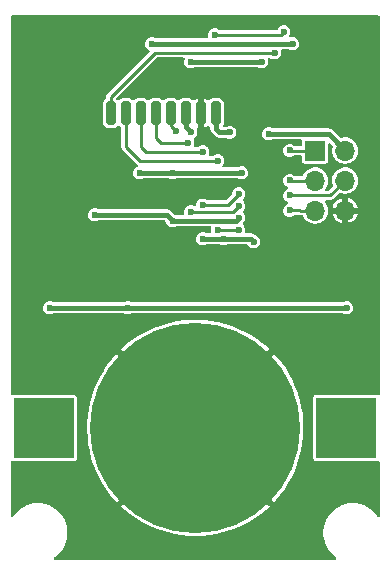
<source format=gbl>
%TF.GenerationSoftware,KiCad,Pcbnew,(6.0.8)*%
%TF.CreationDate,2022-11-07T13:32:54+08:00*%
%TF.ProjectId,remote,72656d6f-7465-42e6-9b69-6361645f7063,rev?*%
%TF.SameCoordinates,Original*%
%TF.FileFunction,Copper,L2,Bot*%
%TF.FilePolarity,Positive*%
%FSLAX46Y46*%
G04 Gerber Fmt 4.6, Leading zero omitted, Abs format (unit mm)*
G04 Created by KiCad (PCBNEW (6.0.8)) date 2022-11-07 13:32:54*
%MOMM*%
%LPD*%
G01*
G04 APERTURE LIST*
G04 Aperture macros list*
%AMRoundRect*
0 Rectangle with rounded corners*
0 $1 Rounding radius*
0 $2 $3 $4 $5 $6 $7 $8 $9 X,Y pos of 4 corners*
0 Add a 4 corners polygon primitive as box body*
4,1,4,$2,$3,$4,$5,$6,$7,$8,$9,$2,$3,0*
0 Add four circle primitives for the rounded corners*
1,1,$1+$1,$2,$3*
1,1,$1+$1,$4,$5*
1,1,$1+$1,$6,$7*
1,1,$1+$1,$8,$9*
0 Add four rect primitives between the rounded corners*
20,1,$1+$1,$2,$3,$4,$5,0*
20,1,$1+$1,$4,$5,$6,$7,0*
20,1,$1+$1,$6,$7,$8,$9,0*
20,1,$1+$1,$8,$9,$2,$3,0*%
G04 Aperture macros list end*
%TA.AperFunction,ComponentPad*%
%ADD10R,1.700000X1.700000*%
%TD*%
%TA.AperFunction,ComponentPad*%
%ADD11O,1.700000X1.700000*%
%TD*%
%TA.AperFunction,SMDPad,CuDef*%
%ADD12R,5.100000X5.100000*%
%TD*%
%TA.AperFunction,SMDPad,CuDef*%
%ADD13C,17.800000*%
%TD*%
%TA.AperFunction,SMDPad,CuDef*%
%ADD14RoundRect,0.203250X0.203250X0.796750X-0.203250X0.796750X-0.203250X-0.796750X0.203250X-0.796750X0*%
%TD*%
%TA.AperFunction,ViaPad*%
%ADD15C,0.600000*%
%TD*%
%TA.AperFunction,Conductor*%
%ADD16C,0.400000*%
%TD*%
%TA.AperFunction,Conductor*%
%ADD17C,0.250000*%
%TD*%
G04 APERTURE END LIST*
D10*
%TO.P,J1,1,Pin_1*%
%TO.N,Net-(J1-Pad1)*%
X26030000Y-20970000D03*
D11*
%TO.P,J1,2,Pin_2*%
%TO.N,Net-(J1-Pad2)*%
X28570000Y-20970000D03*
%TO.P,J1,3,Pin_3*%
%TO.N,Net-(J1-Pad3)*%
X26030000Y-23510000D03*
%TO.P,J1,4,Pin_4*%
%TO.N,Net-(J1-Pad4)*%
X28570000Y-23510000D03*
%TO.P,J1,5,Pin_5*%
%TO.N,Net-(J1-Pad5)*%
X26030000Y-26050000D03*
%TO.P,J1,6,Pin_6*%
%TO.N,GND*%
X28570000Y-26050000D03*
%TD*%
D12*
%TO.P,BT2,1,+*%
%TO.N,Net-(BT1-Pad1)*%
X3075000Y-44450000D03*
X28675000Y-44450000D03*
D13*
%TO.P,BT2,2,-*%
%TO.N,GND*%
X15875000Y-44450000D03*
%TD*%
D14*
%TO.P,U2,1,VCC*%
%TO.N,VDD*%
X17608000Y-17805000D03*
%TO.P,U2,2,GND*%
%TO.N,GND*%
X16338000Y-17805000D03*
%TO.P,U2,3,CE*%
%TO.N,VDD*%
X15068000Y-17805000D03*
%TO.P,U2,4,~{CSN}*%
%TO.N,Net-(U1-Pad2)*%
X13798000Y-17805000D03*
%TO.P,U2,5,SCK*%
%TO.N,/SCK*%
X12528000Y-17805000D03*
%TO.P,U2,6,MOSI*%
%TO.N,/DO*%
X11258000Y-17805000D03*
%TO.P,U2,7,MISO*%
%TO.N,/DI*%
X9988000Y-17805000D03*
%TO.P,U2,8,IRQ*%
%TO.N,/LED*%
X8718000Y-17805000D03*
%TD*%
D15*
%TO.N,Net-(J1-Pad2)*%
X22098000Y-19558000D03*
%TO.N,/SW1*%
X15494000Y-13462000D03*
X21495000Y-13462000D03*
%TO.N,Net-(D1-Pad2)*%
X17526000Y-11176000D03*
%TO.N,VDD*%
X15494000Y-19431000D03*
%TO.N,GND*%
X8382000Y-10160000D03*
X7874000Y-33020000D03*
X23622000Y-18288000D03*
X23622000Y-16256000D03*
%TO.N,Net-(D1-Pad2)*%
X23368000Y-10922000D03*
%TO.N,GND*%
X17018000Y-14986000D03*
X13462000Y-16002000D03*
X22352000Y-14478000D03*
%TO.N,/RST*%
X7366000Y-26416000D03*
%TO.N,GND*%
X18542000Y-33528000D03*
X27432000Y-48768000D03*
X30480000Y-26670000D03*
X1016000Y-48768000D03*
X28575000Y-29845000D03*
X3810000Y-29845000D03*
X14224000Y-10922000D03*
X24765000Y-38100000D03*
X18796000Y-10414000D03*
X1270000Y-39370000D03*
X21082000Y-33528000D03*
X12446000Y-29972000D03*
X12446000Y-33020000D03*
X24384000Y-13970000D03*
X5080000Y-38735000D03*
X18796000Y-21844000D03*
X4445000Y-19050000D03*
X3175000Y-16510000D03*
X30226000Y-11176000D03*
X29972000Y-48514000D03*
X26162000Y-29718000D03*
X24920752Y-53391693D03*
X7620000Y-29972000D03*
X5080000Y-21590000D03*
X26035000Y-36195000D03*
X11176000Y-23876000D03*
X30099000Y-17526000D03*
X8890000Y-13335000D03*
X1270000Y-10795000D03*
X19558000Y-31242000D03*
X25908000Y-54864000D03*
X30480000Y-19050000D03*
X1905000Y-13335000D03*
X1905000Y-18415000D03*
X1905000Y-33655000D03*
X1905000Y-28575000D03*
X1270000Y-31115000D03*
X29464000Y-14986000D03*
X4445000Y-36195000D03*
X22098000Y-55118000D03*
X29210000Y-32385000D03*
X5842000Y-52070000D03*
X3175000Y-26670000D03*
X30480000Y-24130000D03*
X1270000Y-15875000D03*
X8636000Y-54864000D03*
X28956000Y-13081000D03*
X30480000Y-35560000D03*
X8128000Y-35814000D03*
X6350000Y-36830000D03*
X3175000Y-21590000D03*
X12446000Y-10160000D03*
X30480000Y-30480000D03*
X7620000Y-12065000D03*
X1270000Y-26035000D03*
X12446000Y-25400000D03*
X4445000Y-24765000D03*
X25908000Y-32004000D03*
X21590000Y-31242000D03*
X1270000Y-36830000D03*
X23876000Y-28448000D03*
X7620000Y-15240000D03*
X24130000Y-35560000D03*
X1905000Y-23495000D03*
X28194000Y-16891000D03*
X8890000Y-30988000D03*
X3175000Y-31750000D03*
X30480000Y-38100000D03*
X30480000Y-21590000D03*
X16256000Y-10160000D03*
X26924000Y-39370000D03*
X17780000Y-20574000D03*
X30480000Y-40640000D03*
X3175000Y-11430000D03*
X13462000Y-13716000D03*
X1270000Y-20955000D03*
X4318000Y-48514000D03*
X21717000Y-22352000D03*
X28321000Y-10541000D03*
X8128000Y-27686000D03*
%TO.N,VDD*%
X13970000Y-22860000D03*
X11176000Y-22860000D03*
X18796000Y-19431000D03*
X19812000Y-22860000D03*
%TO.N,/SW1*%
X18288000Y-28448000D03*
X20828000Y-28702000D03*
X16510000Y-28448000D03*
%TO.N,Net-(J1-Pad1)*%
X23876000Y-20955000D03*
%TO.N,Net-(J1-Pad3)*%
X23876000Y-23495000D03*
%TO.N,Net-(J1-Pad4)*%
X23876000Y-24765000D03*
%TO.N,Net-(J1-Pad5)*%
X23876000Y-26035000D03*
%TO.N,/DO*%
X16510000Y-21082000D03*
X19558000Y-24638000D03*
X16510000Y-25577500D03*
%TO.N,/SCK*%
X15494000Y-26162000D03*
X19558000Y-25654000D03*
X15240000Y-20320000D03*
%TO.N,Net-(BT1-Pad1)*%
X10160000Y-34290000D03*
X3556000Y-34290000D03*
X3075000Y-44450000D03*
X12192000Y-11938000D03*
X28675000Y-44450000D03*
X24130000Y-11938000D03*
X28702000Y-34290000D03*
%TO.N,/RST*%
X19558000Y-26670000D03*
X13970000Y-26924000D03*
%TO.N,/LED*%
X22606000Y-12700000D03*
%TO.N,/DI*%
X19558000Y-27686000D03*
X17780000Y-21844000D03*
X17780000Y-27686000D03*
%TO.N,Net-(U1-Pad2)*%
X14224000Y-19304000D03*
%TD*%
D16*
%TO.N,VDD*%
X13970000Y-22860000D02*
X19812000Y-22860000D01*
%TO.N,Net-(J1-Pad2)*%
X28570000Y-20970000D02*
X27158000Y-19558000D01*
X27158000Y-19558000D02*
X24130000Y-19558000D01*
X24130000Y-19558000D02*
X22098000Y-19558000D01*
%TO.N,/SW1*%
X21495000Y-13462000D02*
X15494000Y-13462000D01*
D17*
%TO.N,Net-(D1-Pad2)*%
X23368000Y-10922000D02*
X23114000Y-11176000D01*
X23114000Y-11176000D02*
X17526000Y-11176000D01*
%TO.N,/LED*%
X8718000Y-16428000D02*
X8718000Y-17805000D01*
X22606000Y-12700000D02*
X12446000Y-12700000D01*
X12446000Y-12700000D02*
X8718000Y-16428000D01*
%TO.N,/SCK*%
X19050000Y-26162000D02*
X19558000Y-25654000D01*
X15494000Y-26162000D02*
X19050000Y-26162000D01*
%TO.N,Net-(U1-Pad2)*%
X13798000Y-18878000D02*
X13798000Y-17805000D01*
X14224000Y-19304000D02*
X13798000Y-18878000D01*
D16*
%TO.N,VDD*%
X15068000Y-19005000D02*
X15068000Y-17805000D01*
X15494000Y-19431000D02*
X15068000Y-19005000D01*
%TO.N,/RST*%
X7366000Y-26416000D02*
X13462000Y-26416000D01*
X13462000Y-26416000D02*
X13970000Y-26924000D01*
%TO.N,VDD*%
X17907000Y-19431000D02*
X17608000Y-19132000D01*
X11176000Y-22860000D02*
X13970000Y-22860000D01*
X17608000Y-19132000D02*
X17608000Y-17805000D01*
X18796000Y-19431000D02*
X17907000Y-19431000D01*
%TO.N,/SW1*%
X18288000Y-28448000D02*
X16510000Y-28448000D01*
X20574000Y-28448000D02*
X20828000Y-28702000D01*
X18288000Y-28448000D02*
X20574000Y-28448000D01*
D17*
%TO.N,Net-(J1-Pad1)*%
X23891000Y-20970000D02*
X26030000Y-20970000D01*
X23876000Y-20955000D02*
X23891000Y-20970000D01*
%TO.N,Net-(J1-Pad3)*%
X23876000Y-23495000D02*
X23891000Y-23510000D01*
X23891000Y-23510000D02*
X26030000Y-23510000D01*
%TO.N,Net-(J1-Pad4)*%
X23876000Y-24765000D02*
X27315000Y-24765000D01*
X27315000Y-24765000D02*
X28570000Y-23510000D01*
%TO.N,Net-(J1-Pad5)*%
X23876000Y-26035000D02*
X24735000Y-26035000D01*
X24735000Y-26035000D02*
X24750000Y-26050000D01*
X24750000Y-26050000D02*
X26030000Y-26050000D01*
%TO.N,/DO*%
X16510000Y-25577500D02*
X18618500Y-25577500D01*
X11258000Y-20656000D02*
X11684000Y-21082000D01*
X11684000Y-21082000D02*
X16510000Y-21082000D01*
X18618500Y-25577500D02*
X19558000Y-24638000D01*
X11258000Y-17805000D02*
X11258000Y-20656000D01*
%TO.N,/SCK*%
X12954000Y-20320000D02*
X15240000Y-20320000D01*
X12528000Y-19894000D02*
X12954000Y-20320000D01*
X12528000Y-17805000D02*
X12528000Y-19894000D01*
D16*
%TO.N,Net-(BT1-Pad1)*%
X3556000Y-34290000D02*
X10160000Y-34290000D01*
X10160000Y-34290000D02*
X28702000Y-34290000D01*
X12192000Y-11938000D02*
X24130000Y-11938000D01*
%TO.N,/RST*%
X19558000Y-26670000D02*
X19304000Y-26924000D01*
X19304000Y-26924000D02*
X13970000Y-26924000D01*
D17*
%TO.N,/DI*%
X11176000Y-21844000D02*
X17780000Y-21844000D01*
X9988000Y-20656000D02*
X11176000Y-21844000D01*
X9988000Y-17805000D02*
X9988000Y-20656000D01*
X19558000Y-27686000D02*
X17780000Y-27686000D01*
%TD*%
%TA.AperFunction,Conductor*%
%TO.N,GND*%
G36*
X31437621Y-9545002D02*
G01*
X31484114Y-9598658D01*
X31495500Y-9651000D01*
X31495500Y-41545227D01*
X31475498Y-41613348D01*
X31421842Y-41659841D01*
X31351568Y-41669945D01*
X31329882Y-41663995D01*
X31324301Y-41660266D01*
X31312132Y-41657845D01*
X31312131Y-41657845D01*
X31256135Y-41646707D01*
X31250067Y-41645500D01*
X28675209Y-41645500D01*
X26099934Y-41645501D01*
X26064182Y-41652612D01*
X26037874Y-41657844D01*
X26037872Y-41657845D01*
X26025699Y-41660266D01*
X26015379Y-41667161D01*
X26015378Y-41667162D01*
X25954985Y-41707516D01*
X25941516Y-41716516D01*
X25885266Y-41800699D01*
X25870500Y-41874933D01*
X25870501Y-47025066D01*
X25885266Y-47099301D01*
X25941516Y-47183484D01*
X26025699Y-47239734D01*
X26099933Y-47254500D01*
X28674791Y-47254500D01*
X31250066Y-47254499D01*
X31285818Y-47247388D01*
X31312126Y-47242156D01*
X31312128Y-47242155D01*
X31324301Y-47239734D01*
X31327325Y-47237713D01*
X31391872Y-47230774D01*
X31455359Y-47262554D01*
X31491586Y-47323612D01*
X31495500Y-47354772D01*
X31495500Y-51843828D01*
X31475498Y-51911949D01*
X31421842Y-51958442D01*
X31351568Y-51968546D01*
X31286988Y-51939052D01*
X31267564Y-51917889D01*
X31142806Y-51746174D01*
X31142805Y-51746172D01*
X31140478Y-51742970D01*
X30925094Y-51513610D01*
X30682663Y-51313053D01*
X30417007Y-51144463D01*
X30413428Y-51142779D01*
X30413421Y-51142775D01*
X30135905Y-51012186D01*
X30135901Y-51012184D01*
X30132315Y-51010497D01*
X29833079Y-50913269D01*
X29524015Y-50854312D01*
X29430511Y-50848429D01*
X29290578Y-50839625D01*
X29290562Y-50839624D01*
X29288583Y-50839500D01*
X29131417Y-50839500D01*
X29129438Y-50839624D01*
X29129422Y-50839625D01*
X28989489Y-50848429D01*
X28895985Y-50854312D01*
X28586921Y-50913269D01*
X28287685Y-51010497D01*
X28284099Y-51012184D01*
X28284095Y-51012186D01*
X28006579Y-51142775D01*
X28006572Y-51142779D01*
X28002993Y-51144463D01*
X27737337Y-51313053D01*
X27494906Y-51513610D01*
X27279522Y-51742970D01*
X27277195Y-51746172D01*
X27277194Y-51746174D01*
X27115632Y-51968546D01*
X27094584Y-51997516D01*
X26943006Y-52273234D01*
X26827181Y-52565775D01*
X26826197Y-52569609D01*
X26826194Y-52569617D01*
X26777807Y-52758074D01*
X26748934Y-52870527D01*
X26748438Y-52874455D01*
X26748437Y-52874459D01*
X26742100Y-52924624D01*
X26709500Y-53182682D01*
X26709500Y-53497318D01*
X26748934Y-53809473D01*
X26749920Y-53813312D01*
X26826194Y-54110383D01*
X26826197Y-54110391D01*
X26827181Y-54114225D01*
X26943006Y-54406766D01*
X27094584Y-54682484D01*
X27279522Y-54937030D01*
X27494906Y-55166390D01*
X27737337Y-55366947D01*
X27740684Y-55369071D01*
X27740688Y-55369074D01*
X27778571Y-55393115D01*
X27825370Y-55446504D01*
X27835875Y-55516719D01*
X27806751Y-55581467D01*
X27747245Y-55620191D01*
X27711057Y-55625500D01*
X4038943Y-55625500D01*
X3970822Y-55605498D01*
X3924329Y-55551842D01*
X3914225Y-55481568D01*
X3943719Y-55416988D01*
X3971429Y-55393115D01*
X4009312Y-55369074D01*
X4009316Y-55369071D01*
X4012663Y-55366947D01*
X4255094Y-55166390D01*
X4470478Y-54937030D01*
X4655416Y-54682484D01*
X4806994Y-54406766D01*
X4922819Y-54114225D01*
X4923803Y-54110391D01*
X4923806Y-54110383D01*
X5000080Y-53813312D01*
X5001066Y-53809473D01*
X5040500Y-53497318D01*
X5040500Y-53182682D01*
X5007900Y-52924624D01*
X5001563Y-52874459D01*
X5001562Y-52874455D01*
X5001066Y-52870527D01*
X4972193Y-52758074D01*
X4923806Y-52569617D01*
X4923803Y-52569609D01*
X4922819Y-52565775D01*
X4806994Y-52273234D01*
X4655416Y-51997516D01*
X4634369Y-51968546D01*
X4472806Y-51746174D01*
X4472805Y-51746172D01*
X4470478Y-51742970D01*
X4255094Y-51513610D01*
X4012663Y-51313053D01*
X3747007Y-51144463D01*
X3743428Y-51142779D01*
X3743421Y-51142775D01*
X3656986Y-51102102D01*
X9588438Y-51102102D01*
X9588462Y-51102441D01*
X9594285Y-51111073D01*
X9913100Y-51402702D01*
X9916231Y-51405385D01*
X10374203Y-51772946D01*
X10377486Y-51775411D01*
X10858244Y-52112667D01*
X10861671Y-52114910D01*
X11363203Y-52420446D01*
X11366738Y-52422446D01*
X11886976Y-52694998D01*
X11890614Y-52696757D01*
X12427325Y-52935155D01*
X12431114Y-52936694D01*
X12982090Y-53139959D01*
X12985955Y-53141245D01*
X13548904Y-53308532D01*
X13552845Y-53309566D01*
X14125422Y-53440178D01*
X14129388Y-53440949D01*
X14709231Y-53534345D01*
X14713251Y-53534859D01*
X15297876Y-53590637D01*
X15301945Y-53590893D01*
X15888940Y-53608828D01*
X15893027Y-53608820D01*
X16479969Y-53588837D01*
X16484011Y-53588569D01*
X17068451Y-53530748D01*
X17072487Y-53530217D01*
X17651959Y-53434806D01*
X17655962Y-53434013D01*
X18228079Y-53301404D01*
X18231999Y-53300361D01*
X18794383Y-53131102D01*
X18798216Y-53129812D01*
X19348481Y-52924624D01*
X19352274Y-52923068D01*
X19888138Y-52682803D01*
X19891799Y-52681017D01*
X20411073Y-52406656D01*
X20414579Y-52404656D01*
X20915066Y-52097356D01*
X20918464Y-52095115D01*
X21398070Y-51756164D01*
X21401294Y-51753726D01*
X21858043Y-51384517D01*
X21861110Y-51381870D01*
X22153095Y-51112904D01*
X22161273Y-51099287D01*
X22161259Y-51098828D01*
X22155914Y-51090124D01*
X15887812Y-44822022D01*
X15873868Y-44814408D01*
X15872035Y-44814539D01*
X15865420Y-44818790D01*
X9596052Y-51088158D01*
X9588438Y-51102102D01*
X3656986Y-51102102D01*
X3465905Y-51012186D01*
X3465901Y-51012184D01*
X3462315Y-51010497D01*
X3163079Y-50913269D01*
X2854015Y-50854312D01*
X2760511Y-50848429D01*
X2620578Y-50839625D01*
X2620562Y-50839624D01*
X2618583Y-50839500D01*
X2461417Y-50839500D01*
X2459438Y-50839624D01*
X2459422Y-50839625D01*
X2319489Y-50848429D01*
X2225985Y-50854312D01*
X1916921Y-50913269D01*
X1617685Y-51010497D01*
X1614099Y-51012184D01*
X1614095Y-51012186D01*
X1336579Y-51142775D01*
X1336572Y-51142779D01*
X1332993Y-51144463D01*
X1067337Y-51313053D01*
X824906Y-51513610D01*
X609522Y-51742970D01*
X607195Y-51746172D01*
X607194Y-51746174D01*
X482436Y-51917889D01*
X426214Y-51961243D01*
X355478Y-51967318D01*
X292686Y-51934187D01*
X257775Y-51872367D01*
X254500Y-51843828D01*
X254500Y-47354773D01*
X274502Y-47286652D01*
X328158Y-47240159D01*
X398432Y-47230055D01*
X420118Y-47236005D01*
X425699Y-47239734D01*
X437868Y-47242155D01*
X437869Y-47242155D01*
X492814Y-47253084D01*
X499933Y-47254500D01*
X3074791Y-47254500D01*
X5650066Y-47254499D01*
X5685818Y-47247388D01*
X5712126Y-47242156D01*
X5712128Y-47242155D01*
X5724301Y-47239734D01*
X5734621Y-47232839D01*
X5734622Y-47232838D01*
X5798168Y-47190377D01*
X5808484Y-47183484D01*
X5864734Y-47099301D01*
X5879500Y-47025067D01*
X5879500Y-44655748D01*
X6718473Y-44655748D01*
X6718565Y-44659822D01*
X6750836Y-45246219D01*
X6751191Y-45250271D01*
X6821239Y-45833381D01*
X6821849Y-45837371D01*
X6929380Y-46414745D01*
X6930252Y-46418710D01*
X7074814Y-46987923D01*
X7075944Y-46991837D01*
X7256933Y-47550525D01*
X7258317Y-47554367D01*
X7474981Y-48100204D01*
X7476612Y-48103955D01*
X7728048Y-48634674D01*
X7729906Y-48638289D01*
X8015084Y-49151708D01*
X8017159Y-49155175D01*
X8334871Y-49649113D01*
X8337188Y-49652471D01*
X8686093Y-50124851D01*
X8688624Y-50128056D01*
X9067294Y-50576945D01*
X9070021Y-50579974D01*
X9212199Y-50727977D01*
X9225984Y-50735867D01*
X9227148Y-50735807D01*
X9234781Y-50731009D01*
X15502978Y-44462812D01*
X15509356Y-44451132D01*
X16239408Y-44451132D01*
X16239539Y-44452965D01*
X16243790Y-44459580D01*
X22512305Y-50728095D01*
X22526249Y-50735709D01*
X22527293Y-50735635D01*
X22534986Y-50730561D01*
X22701335Y-50556183D01*
X22704058Y-50553137D01*
X23081163Y-50102923D01*
X23083657Y-50099743D01*
X23430924Y-49626131D01*
X23433240Y-49622747D01*
X23749203Y-49127738D01*
X23751287Y-49124230D01*
X24034667Y-48609826D01*
X24036503Y-48606224D01*
X24286101Y-48074597D01*
X24287703Y-48070878D01*
X24502474Y-47524252D01*
X24503831Y-47520442D01*
X24682880Y-46961091D01*
X24683986Y-46957210D01*
X24826569Y-46387460D01*
X24827421Y-46383516D01*
X24932936Y-45805771D01*
X24933537Y-45801746D01*
X25001545Y-45218433D01*
X25001887Y-45214354D01*
X25032149Y-44627132D01*
X25032229Y-44624519D01*
X25033891Y-44451337D01*
X25033861Y-44448661D01*
X25014879Y-43860988D01*
X25014616Y-43856930D01*
X24957817Y-43272393D01*
X24957297Y-43268383D01*
X24862893Y-42688723D01*
X24862105Y-42684710D01*
X24730502Y-42112392D01*
X24729456Y-42108436D01*
X24561192Y-41545801D01*
X24559894Y-41541920D01*
X24355662Y-40991285D01*
X24354136Y-40987547D01*
X24114796Y-40451240D01*
X24113008Y-40447558D01*
X23839573Y-39927844D01*
X23837558Y-39924296D01*
X23531141Y-39423289D01*
X23528913Y-39419897D01*
X23190786Y-38939682D01*
X23188360Y-38936463D01*
X22819947Y-38479066D01*
X22817317Y-38476008D01*
X22538041Y-38171766D01*
X22524438Y-38163564D01*
X22524038Y-38163576D01*
X22515245Y-38168965D01*
X16247022Y-44437188D01*
X16239408Y-44451132D01*
X15509356Y-44451132D01*
X15510592Y-44448868D01*
X15510461Y-44447035D01*
X15506210Y-44440420D01*
X9235414Y-38169624D01*
X9221470Y-38162010D01*
X9219665Y-38162139D01*
X9213013Y-38166418D01*
X9188944Y-38190528D01*
X9186182Y-38193480D01*
X8798939Y-38635045D01*
X8796374Y-38638167D01*
X8438440Y-39103795D01*
X8436077Y-39107084D01*
X8108933Y-39594843D01*
X8106791Y-39598272D01*
X7811813Y-40106113D01*
X7809887Y-40109691D01*
X7548302Y-40635498D01*
X7546605Y-40639207D01*
X7319505Y-41180777D01*
X7318040Y-41184615D01*
X7126362Y-41739712D01*
X7125158Y-41743600D01*
X6969701Y-42309915D01*
X6968741Y-42313912D01*
X6850154Y-42889079D01*
X6849464Y-42893074D01*
X6768236Y-43474719D01*
X6767804Y-43478763D01*
X6724280Y-44064443D01*
X6724110Y-44068502D01*
X6718473Y-44655748D01*
X5879500Y-44655748D01*
X5879499Y-41874934D01*
X5864734Y-41800699D01*
X5808484Y-41716516D01*
X5724301Y-41660266D01*
X5650067Y-41645500D01*
X3075209Y-41645500D01*
X499934Y-41645501D01*
X464182Y-41652612D01*
X437874Y-41657844D01*
X437872Y-41657845D01*
X425699Y-41660266D01*
X422675Y-41662287D01*
X358128Y-41669226D01*
X294641Y-41637446D01*
X258414Y-41576388D01*
X254500Y-41545228D01*
X254500Y-37798415D01*
X9586696Y-37798415D01*
X9586831Y-37800276D01*
X9591060Y-37806850D01*
X15862188Y-44077978D01*
X15876132Y-44085592D01*
X15877965Y-44085461D01*
X15884580Y-44081210D01*
X22153152Y-37812638D01*
X22160766Y-37798694D01*
X22160688Y-37797591D01*
X22155677Y-37789979D01*
X21993086Y-37634332D01*
X21990047Y-37631605D01*
X21540490Y-37253712D01*
X21537318Y-37251216D01*
X21064305Y-36903117D01*
X21060946Y-36900809D01*
X20566472Y-36583972D01*
X20562954Y-36581875D01*
X20049075Y-36297612D01*
X20045450Y-36295757D01*
X19514295Y-36045248D01*
X19510527Y-36043618D01*
X18964320Y-35827911D01*
X18960491Y-35826540D01*
X18401453Y-35646513D01*
X18397578Y-35645402D01*
X17828114Y-35501835D01*
X17824108Y-35500961D01*
X17246569Y-35394442D01*
X17242578Y-35393838D01*
X16659321Y-35324805D01*
X16655319Y-35324462D01*
X16068815Y-35293212D01*
X16064797Y-35293128D01*
X15477527Y-35299790D01*
X15473465Y-35299967D01*
X14887862Y-35344514D01*
X14883835Y-35344951D01*
X14302353Y-35427190D01*
X14298316Y-35427894D01*
X13723345Y-35547489D01*
X13719397Y-35548445D01*
X13153338Y-35704893D01*
X13149447Y-35706106D01*
X12594653Y-35898762D01*
X12590871Y-35900215D01*
X12049677Y-36128269D01*
X12045977Y-36129970D01*
X11520609Y-36392481D01*
X11517058Y-36394401D01*
X11009715Y-36690275D01*
X11006293Y-36692422D01*
X10519127Y-37020401D01*
X10515812Y-37022792D01*
X10050826Y-37381526D01*
X10047702Y-37384102D01*
X9606817Y-37772110D01*
X9603868Y-37774880D01*
X9594297Y-37784467D01*
X9586696Y-37798415D01*
X254500Y-37798415D01*
X254500Y-34290000D01*
X2996715Y-34290000D01*
X3015772Y-34434754D01*
X3071645Y-34569642D01*
X3160526Y-34685474D01*
X3167076Y-34690500D01*
X3167079Y-34690503D01*
X3269804Y-34769327D01*
X3276357Y-34774355D01*
X3411246Y-34830228D01*
X3556000Y-34849285D01*
X3564188Y-34848207D01*
X3692566Y-34831306D01*
X3700754Y-34830228D01*
X3708383Y-34827068D01*
X3828015Y-34777515D01*
X3828017Y-34777514D01*
X3835643Y-34774355D01*
X3842192Y-34769330D01*
X3849348Y-34765198D01*
X3850276Y-34766805D01*
X3906833Y-34744937D01*
X3917322Y-34744500D01*
X9798678Y-34744500D01*
X9866799Y-34764502D01*
X9873000Y-34768863D01*
X9873807Y-34769329D01*
X9880357Y-34774355D01*
X9887983Y-34777514D01*
X9887985Y-34777515D01*
X10007617Y-34827068D01*
X10015246Y-34830228D01*
X10160000Y-34849285D01*
X10168188Y-34848207D01*
X10296566Y-34831306D01*
X10304754Y-34830228D01*
X10312383Y-34827068D01*
X10432015Y-34777515D01*
X10432017Y-34777514D01*
X10439643Y-34774355D01*
X10446192Y-34769330D01*
X10453348Y-34765198D01*
X10454276Y-34766805D01*
X10510833Y-34744937D01*
X10521322Y-34744500D01*
X28340678Y-34744500D01*
X28408799Y-34764502D01*
X28415000Y-34768863D01*
X28415807Y-34769329D01*
X28422357Y-34774355D01*
X28429983Y-34777514D01*
X28429985Y-34777515D01*
X28549617Y-34827068D01*
X28557246Y-34830228D01*
X28702000Y-34849285D01*
X28710188Y-34848207D01*
X28838566Y-34831306D01*
X28846754Y-34830228D01*
X28981643Y-34774355D01*
X28988196Y-34769327D01*
X29090921Y-34690503D01*
X29090924Y-34690500D01*
X29097474Y-34685474D01*
X29186355Y-34569642D01*
X29242228Y-34434754D01*
X29261285Y-34290000D01*
X29242228Y-34145246D01*
X29186355Y-34010358D01*
X29097474Y-33894526D01*
X29090924Y-33889500D01*
X29090921Y-33889497D01*
X28988196Y-33810673D01*
X28988194Y-33810672D01*
X28981643Y-33805645D01*
X28846754Y-33749772D01*
X28702000Y-33730715D01*
X28693812Y-33731793D01*
X28565432Y-33748694D01*
X28565430Y-33748695D01*
X28557246Y-33749772D01*
X28509430Y-33769578D01*
X28429986Y-33802485D01*
X28429984Y-33802486D01*
X28422358Y-33805645D01*
X28415808Y-33810671D01*
X28408655Y-33814801D01*
X28407728Y-33813196D01*
X28351158Y-33835063D01*
X28340678Y-33835500D01*
X10521322Y-33835500D01*
X10453201Y-33815498D01*
X10447000Y-33811137D01*
X10446193Y-33810671D01*
X10439643Y-33805645D01*
X10432017Y-33802486D01*
X10432015Y-33802485D01*
X10312383Y-33752932D01*
X10304754Y-33749772D01*
X10160000Y-33730715D01*
X10151812Y-33731793D01*
X10023432Y-33748694D01*
X10023430Y-33748695D01*
X10015246Y-33749772D01*
X9967430Y-33769578D01*
X9887986Y-33802485D01*
X9887984Y-33802486D01*
X9880358Y-33805645D01*
X9873808Y-33810671D01*
X9866655Y-33814801D01*
X9865728Y-33813196D01*
X9809158Y-33835063D01*
X9798678Y-33835500D01*
X3917322Y-33835500D01*
X3849201Y-33815498D01*
X3843000Y-33811137D01*
X3842193Y-33810671D01*
X3835643Y-33805645D01*
X3828017Y-33802486D01*
X3828015Y-33802485D01*
X3708383Y-33752932D01*
X3700754Y-33749772D01*
X3556000Y-33730715D01*
X3547812Y-33731793D01*
X3419432Y-33748694D01*
X3419430Y-33748695D01*
X3411246Y-33749772D01*
X3363430Y-33769578D01*
X3283986Y-33802485D01*
X3283984Y-33802486D01*
X3276358Y-33805645D01*
X3160526Y-33894526D01*
X3071645Y-34010358D01*
X3015772Y-34145246D01*
X2996715Y-34290000D01*
X254500Y-34290000D01*
X254500Y-26416000D01*
X6806715Y-26416000D01*
X6807793Y-26424188D01*
X6818136Y-26502749D01*
X6825772Y-26560754D01*
X6832214Y-26576306D01*
X6876292Y-26682718D01*
X6881645Y-26695642D01*
X6886672Y-26702193D01*
X6942097Y-26774424D01*
X6970526Y-26811474D01*
X6977076Y-26816500D01*
X6977079Y-26816503D01*
X7079804Y-26895327D01*
X7086357Y-26900355D01*
X7221246Y-26956228D01*
X7229434Y-26957306D01*
X7253338Y-26960453D01*
X7366000Y-26975285D01*
X7374188Y-26974207D01*
X7432335Y-26966552D01*
X7478662Y-26960453D01*
X7502566Y-26957306D01*
X7510754Y-26956228D01*
X7545070Y-26942014D01*
X7638015Y-26903515D01*
X7638017Y-26903514D01*
X7645643Y-26900355D01*
X7652192Y-26895330D01*
X7659348Y-26891198D01*
X7660276Y-26892805D01*
X7716833Y-26870937D01*
X7727322Y-26870500D01*
X13221550Y-26870500D01*
X13289671Y-26890502D01*
X13310645Y-26907405D01*
X13393126Y-26989886D01*
X13427152Y-27052198D01*
X13428455Y-27059675D01*
X13428694Y-27060569D01*
X13429772Y-27068754D01*
X13432929Y-27076376D01*
X13432930Y-27076379D01*
X13482485Y-27196014D01*
X13485645Y-27203642D01*
X13574526Y-27319474D01*
X13581076Y-27324500D01*
X13581079Y-27324503D01*
X13683804Y-27403327D01*
X13690357Y-27408355D01*
X13825246Y-27464228D01*
X13970000Y-27483285D01*
X13978188Y-27482207D01*
X14106566Y-27465306D01*
X14114754Y-27464228D01*
X14122383Y-27461068D01*
X14242015Y-27411515D01*
X14242017Y-27411514D01*
X14249643Y-27408355D01*
X14256192Y-27403330D01*
X14263348Y-27399198D01*
X14264276Y-27400805D01*
X14320833Y-27378937D01*
X14331322Y-27378500D01*
X17120289Y-27378500D01*
X17188410Y-27398502D01*
X17234903Y-27452158D01*
X17245007Y-27522432D01*
X17242497Y-27534668D01*
X17239772Y-27541246D01*
X17220715Y-27686000D01*
X17239772Y-27830754D01*
X17241968Y-27836056D01*
X17240305Y-27905867D01*
X17200510Y-27964662D01*
X17135245Y-27992609D01*
X17120289Y-27993500D01*
X16871322Y-27993500D01*
X16803201Y-27973498D01*
X16797000Y-27969137D01*
X16796193Y-27968671D01*
X16789643Y-27963645D01*
X16782017Y-27960486D01*
X16782015Y-27960485D01*
X16662383Y-27910932D01*
X16654754Y-27907772D01*
X16510000Y-27888715D01*
X16501812Y-27889793D01*
X16373432Y-27906694D01*
X16373430Y-27906695D01*
X16365246Y-27907772D01*
X16336107Y-27919842D01*
X16237986Y-27960485D01*
X16237984Y-27960486D01*
X16230358Y-27963645D01*
X16185028Y-27998428D01*
X16125136Y-28044385D01*
X16114526Y-28052526D01*
X16025645Y-28168358D01*
X15969772Y-28303246D01*
X15968695Y-28311430D01*
X15968694Y-28311432D01*
X15954953Y-28415807D01*
X15950715Y-28448000D01*
X15969772Y-28592754D01*
X15972931Y-28600380D01*
X16015024Y-28702000D01*
X16025645Y-28727642D01*
X16114526Y-28843474D01*
X16121076Y-28848500D01*
X16121079Y-28848503D01*
X16223804Y-28927327D01*
X16230357Y-28932355D01*
X16365246Y-28988228D01*
X16510000Y-29007285D01*
X16518188Y-29006207D01*
X16646566Y-28989306D01*
X16654754Y-28988228D01*
X16689070Y-28974014D01*
X16782015Y-28935515D01*
X16782017Y-28935514D01*
X16789643Y-28932355D01*
X16796192Y-28927330D01*
X16803348Y-28923198D01*
X16804276Y-28924805D01*
X16860833Y-28902937D01*
X16871322Y-28902500D01*
X17926678Y-28902500D01*
X17994799Y-28922502D01*
X18001000Y-28926863D01*
X18001807Y-28927329D01*
X18008357Y-28932355D01*
X18015983Y-28935514D01*
X18015985Y-28935515D01*
X18108930Y-28974014D01*
X18143246Y-28988228D01*
X18288000Y-29007285D01*
X18296188Y-29006207D01*
X18424566Y-28989306D01*
X18432754Y-28988228D01*
X18467070Y-28974014D01*
X18560015Y-28935515D01*
X18560017Y-28935514D01*
X18567643Y-28932355D01*
X18574192Y-28927330D01*
X18581348Y-28923198D01*
X18582276Y-28924805D01*
X18638833Y-28902937D01*
X18649322Y-28902500D01*
X20226672Y-28902500D01*
X20294793Y-28922502D01*
X20333330Y-28968607D01*
X20336355Y-28966860D01*
X20340485Y-28974013D01*
X20343645Y-28981642D01*
X20432526Y-29097474D01*
X20439076Y-29102500D01*
X20439079Y-29102503D01*
X20541804Y-29181327D01*
X20548357Y-29186355D01*
X20683246Y-29242228D01*
X20828000Y-29261285D01*
X20836188Y-29260207D01*
X20964566Y-29243306D01*
X20972754Y-29242228D01*
X21107643Y-29186355D01*
X21114196Y-29181327D01*
X21216921Y-29102503D01*
X21216924Y-29102500D01*
X21223474Y-29097474D01*
X21312355Y-28981642D01*
X21317755Y-28968607D01*
X21365069Y-28854380D01*
X21368228Y-28846754D01*
X21369523Y-28836923D01*
X21386207Y-28710188D01*
X21387285Y-28702000D01*
X21368228Y-28557246D01*
X21326368Y-28456188D01*
X21315515Y-28429986D01*
X21315514Y-28429984D01*
X21312355Y-28422358D01*
X21223474Y-28306526D01*
X21216924Y-28301500D01*
X21216921Y-28301497D01*
X21114196Y-28222673D01*
X21114194Y-28222672D01*
X21107643Y-28217645D01*
X20972754Y-28161772D01*
X20964566Y-28160694D01*
X20956590Y-28158557D01*
X20957545Y-28154991D01*
X20908131Y-28133385D01*
X20901530Y-28126581D01*
X20901338Y-28126785D01*
X20894472Y-28120337D01*
X20888641Y-28112941D01*
X20863762Y-28095746D01*
X20839906Y-28079258D01*
X20836713Y-28076976D01*
X20789076Y-28041791D01*
X20782203Y-28039377D01*
X20776211Y-28035236D01*
X20719722Y-28017371D01*
X20716001Y-28016129D01*
X20660126Y-27996507D01*
X20652922Y-27996224D01*
X20652751Y-27996191D01*
X20645903Y-27994025D01*
X20639232Y-27993500D01*
X20586062Y-27993500D01*
X20581116Y-27993403D01*
X20580224Y-27993368D01*
X20523563Y-27991142D01*
X20516408Y-27993039D01*
X20508033Y-27993500D01*
X20217711Y-27993500D01*
X20149590Y-27973498D01*
X20103097Y-27919842D01*
X20092993Y-27849568D01*
X20095503Y-27837332D01*
X20098228Y-27830754D01*
X20117285Y-27686000D01*
X20098228Y-27541246D01*
X20042355Y-27406358D01*
X19997915Y-27348442D01*
X19958501Y-27297077D01*
X19958500Y-27297076D01*
X19953474Y-27290526D01*
X19937100Y-27277962D01*
X19895233Y-27220626D01*
X19891011Y-27149755D01*
X19925774Y-27087851D01*
X19937095Y-27078042D01*
X19953474Y-27065474D01*
X20042355Y-26949642D01*
X20056765Y-26914855D01*
X20095069Y-26822380D01*
X20098228Y-26814754D01*
X20099523Y-26804923D01*
X20116207Y-26678188D01*
X20117285Y-26670000D01*
X20098228Y-26525246D01*
X20074768Y-26468609D01*
X20045515Y-26397986D01*
X20045514Y-26397984D01*
X20042355Y-26390358D01*
X19978297Y-26306876D01*
X19958501Y-26281077D01*
X19958500Y-26281076D01*
X19953474Y-26274526D01*
X19937100Y-26261962D01*
X19895233Y-26204626D01*
X19891011Y-26133755D01*
X19925774Y-26071851D01*
X19937095Y-26062042D01*
X19953474Y-26049474D01*
X19964581Y-26035000D01*
X23316715Y-26035000D01*
X23317793Y-26043188D01*
X23334513Y-26170188D01*
X23335772Y-26179754D01*
X23355578Y-26227570D01*
X23388378Y-26306754D01*
X23391645Y-26314642D01*
X23396672Y-26321193D01*
X23473731Y-26421618D01*
X23480526Y-26430474D01*
X23487076Y-26435500D01*
X23487079Y-26435503D01*
X23589804Y-26514327D01*
X23596357Y-26519355D01*
X23676540Y-26552568D01*
X23714714Y-26568380D01*
X23731246Y-26575228D01*
X23876000Y-26594285D01*
X23884188Y-26593207D01*
X24012566Y-26576306D01*
X24020754Y-26575228D01*
X24037287Y-26568380D01*
X24075460Y-26552568D01*
X24155643Y-26519355D01*
X24258360Y-26440537D01*
X24324578Y-26414937D01*
X24335062Y-26414500D01*
X24621030Y-26414500D01*
X24662779Y-26421618D01*
X24669343Y-26423923D01*
X24683851Y-26429018D01*
X24689416Y-26429500D01*
X24692124Y-26429500D01*
X24694758Y-26429614D01*
X24694856Y-26429643D01*
X24694849Y-26429807D01*
X24695553Y-26429851D01*
X24701778Y-26431713D01*
X24755635Y-26429597D01*
X24760582Y-26429500D01*
X24907990Y-26429500D01*
X24976111Y-26449502D01*
X25022416Y-26502749D01*
X25027754Y-26514327D01*
X25069377Y-26604616D01*
X25072710Y-26609332D01*
X25115586Y-26670000D01*
X25186533Y-26770389D01*
X25331938Y-26912035D01*
X25500720Y-27024812D01*
X25506023Y-27027090D01*
X25506026Y-27027092D01*
X25680811Y-27102185D01*
X25687228Y-27104942D01*
X25752140Y-27119630D01*
X25879579Y-27148467D01*
X25879584Y-27148468D01*
X25885216Y-27149742D01*
X25890987Y-27149969D01*
X25890989Y-27149969D01*
X25950756Y-27152317D01*
X26088053Y-27157712D01*
X26188499Y-27143148D01*
X26283231Y-27129413D01*
X26283236Y-27129412D01*
X26288945Y-27128584D01*
X26294409Y-27126729D01*
X26294414Y-27126728D01*
X26475693Y-27065192D01*
X26475698Y-27065190D01*
X26481165Y-27063334D01*
X26487019Y-27060056D01*
X26558309Y-27020131D01*
X26658276Y-26964147D01*
X26666502Y-26957306D01*
X26809913Y-26838031D01*
X26814345Y-26834345D01*
X26871734Y-26765343D01*
X26940453Y-26682718D01*
X26940455Y-26682715D01*
X26944147Y-26678276D01*
X27029848Y-26525246D01*
X27040510Y-26506208D01*
X27040511Y-26506206D01*
X27043334Y-26501165D01*
X27045190Y-26495698D01*
X27045192Y-26495693D01*
X27105863Y-26316962D01*
X27498671Y-26316962D01*
X27523442Y-26414500D01*
X27527284Y-26425348D01*
X27607394Y-26599120D01*
X27613145Y-26609081D01*
X27723579Y-26765343D01*
X27731057Y-26774098D01*
X27868114Y-26907612D01*
X27877058Y-26914855D01*
X28036156Y-27021161D01*
X28046266Y-27026651D01*
X28222077Y-27102185D01*
X28233020Y-27105740D01*
X28298332Y-27120519D01*
X28312405Y-27119630D01*
X28315828Y-27110681D01*
X28824000Y-27110681D01*
X28827966Y-27124187D01*
X28836672Y-27125433D01*
X29015497Y-27064730D01*
X29025994Y-27060056D01*
X29192958Y-26966552D01*
X29202430Y-26960042D01*
X29349553Y-26837682D01*
X29357682Y-26829553D01*
X29480042Y-26682430D01*
X29486552Y-26672958D01*
X29580056Y-26505994D01*
X29584730Y-26495497D01*
X29645443Y-26316644D01*
X29644210Y-26307993D01*
X29630642Y-26304000D01*
X28842115Y-26304000D01*
X28826876Y-26308475D01*
X28825671Y-26309865D01*
X28824000Y-26317548D01*
X28824000Y-27110681D01*
X28315828Y-27110681D01*
X28316000Y-27110232D01*
X28316000Y-26322115D01*
X28311525Y-26306876D01*
X28310135Y-26305671D01*
X28302452Y-26304000D01*
X27513494Y-26304000D01*
X27499963Y-26307973D01*
X27498671Y-26316962D01*
X27105863Y-26316962D01*
X27106728Y-26314414D01*
X27106729Y-26314409D01*
X27108584Y-26308945D01*
X27109412Y-26303236D01*
X27109413Y-26303231D01*
X27137179Y-26111727D01*
X27137712Y-26108053D01*
X27139232Y-26050000D01*
X27120658Y-25847859D01*
X27105129Y-25792799D01*
X27497943Y-25792799D01*
X27504675Y-25796000D01*
X28297885Y-25796000D01*
X28313124Y-25791525D01*
X28314329Y-25790135D01*
X28316000Y-25782452D01*
X28316000Y-25777885D01*
X28824000Y-25777885D01*
X28828475Y-25793124D01*
X28829865Y-25794329D01*
X28837548Y-25796000D01*
X29627398Y-25796000D01*
X29640929Y-25792027D01*
X29642098Y-25783892D01*
X29606658Y-25658231D01*
X29602533Y-25647484D01*
X29517903Y-25475871D01*
X29511893Y-25466063D01*
X29397400Y-25312739D01*
X29389710Y-25304199D01*
X29249192Y-25174304D01*
X29240067Y-25167303D01*
X29078236Y-25065195D01*
X29067989Y-25059974D01*
X28890260Y-24989068D01*
X28879232Y-24985801D01*
X28841769Y-24978350D01*
X28828894Y-24979502D01*
X28824000Y-24994658D01*
X28824000Y-25777885D01*
X28316000Y-25777885D01*
X28316000Y-24991500D01*
X28312194Y-24978538D01*
X28297279Y-24976602D01*
X28288732Y-24978071D01*
X28277620Y-24981048D01*
X28098095Y-25047279D01*
X28087717Y-25052229D01*
X27923273Y-25150063D01*
X27913961Y-25156829D01*
X27770097Y-25282994D01*
X27762180Y-25291337D01*
X27643718Y-25441605D01*
X27637450Y-25451256D01*
X27548358Y-25620592D01*
X27543953Y-25631227D01*
X27498162Y-25778698D01*
X27497943Y-25792799D01*
X27105129Y-25792799D01*
X27102211Y-25782452D01*
X27067125Y-25658046D01*
X27067124Y-25658044D01*
X27065557Y-25652487D01*
X27062394Y-25646072D01*
X26978331Y-25475609D01*
X26975776Y-25470428D01*
X26947638Y-25432746D01*
X26882778Y-25345889D01*
X26858046Y-25279339D01*
X26873220Y-25209983D01*
X26923482Y-25159841D01*
X26983736Y-25144500D01*
X27261080Y-25144500D01*
X27285028Y-25147049D01*
X27286693Y-25147128D01*
X27296876Y-25149320D01*
X27307217Y-25148096D01*
X27330223Y-25145373D01*
X27336154Y-25145023D01*
X27336146Y-25144928D01*
X27341324Y-25144500D01*
X27346524Y-25144500D01*
X27351653Y-25143646D01*
X27351656Y-25143646D01*
X27365565Y-25141331D01*
X27371443Y-25140494D01*
X27412001Y-25135694D01*
X27412002Y-25135694D01*
X27422341Y-25134470D01*
X27430593Y-25130507D01*
X27439626Y-25129004D01*
X27448795Y-25124057D01*
X27448797Y-25124056D01*
X27484732Y-25104666D01*
X27490025Y-25101969D01*
X27529082Y-25083215D01*
X27529086Y-25083212D01*
X27536232Y-25079781D01*
X27540508Y-25076186D01*
X27542431Y-25074263D01*
X27544363Y-25072491D01*
X27544442Y-25072448D01*
X27544555Y-25072572D01*
X27545095Y-25072096D01*
X27550814Y-25069010D01*
X27587417Y-25029413D01*
X27590846Y-25025848D01*
X28044107Y-24572587D01*
X28106419Y-24538561D01*
X28182941Y-24545915D01*
X28227228Y-24564942D01*
X28300244Y-24581464D01*
X28419579Y-24608467D01*
X28419584Y-24608468D01*
X28425216Y-24609742D01*
X28430987Y-24609969D01*
X28430989Y-24609969D01*
X28490756Y-24612317D01*
X28628053Y-24617712D01*
X28728499Y-24603148D01*
X28823231Y-24589413D01*
X28823236Y-24589412D01*
X28828945Y-24588584D01*
X28834409Y-24586729D01*
X28834414Y-24586728D01*
X29015693Y-24525192D01*
X29015698Y-24525190D01*
X29021165Y-24523334D01*
X29198276Y-24424147D01*
X29248206Y-24382621D01*
X29349913Y-24298031D01*
X29354345Y-24294345D01*
X29397443Y-24242526D01*
X29480453Y-24142718D01*
X29480455Y-24142715D01*
X29484147Y-24138276D01*
X29553974Y-24013591D01*
X29580510Y-23966208D01*
X29580511Y-23966206D01*
X29583334Y-23961165D01*
X29585190Y-23955698D01*
X29585192Y-23955693D01*
X29646728Y-23774414D01*
X29646729Y-23774409D01*
X29648584Y-23768945D01*
X29649412Y-23763236D01*
X29649413Y-23763231D01*
X29677179Y-23571727D01*
X29677712Y-23568053D01*
X29679232Y-23510000D01*
X29664302Y-23347515D01*
X29661187Y-23313613D01*
X29661186Y-23313610D01*
X29660658Y-23307859D01*
X29659090Y-23302299D01*
X29607125Y-23118046D01*
X29607124Y-23118044D01*
X29605557Y-23112487D01*
X29602394Y-23106072D01*
X29518331Y-22935609D01*
X29515776Y-22930428D01*
X29394320Y-22767779D01*
X29245258Y-22629987D01*
X29240375Y-22626906D01*
X29240371Y-22626903D01*
X29078464Y-22524748D01*
X29073581Y-22521667D01*
X28885039Y-22446446D01*
X28879379Y-22445320D01*
X28879375Y-22445319D01*
X28691613Y-22407971D01*
X28691610Y-22407971D01*
X28685946Y-22406844D01*
X28680171Y-22406768D01*
X28680167Y-22406768D01*
X28578793Y-22405441D01*
X28482971Y-22404187D01*
X28477274Y-22405166D01*
X28477273Y-22405166D01*
X28288607Y-22437585D01*
X28282910Y-22438564D01*
X28092463Y-22508824D01*
X27918010Y-22612612D01*
X27913670Y-22616418D01*
X27913666Y-22616421D01*
X27769733Y-22742648D01*
X27765392Y-22746455D01*
X27639720Y-22905869D01*
X27637031Y-22910980D01*
X27637029Y-22910983D01*
X27612328Y-22957932D01*
X27545203Y-23085515D01*
X27485007Y-23279378D01*
X27461148Y-23480964D01*
X27474424Y-23683522D01*
X27475845Y-23689118D01*
X27475846Y-23689123D01*
X27522971Y-23874674D01*
X27524392Y-23880269D01*
X27531375Y-23895417D01*
X27541730Y-23965652D01*
X27512468Y-24030338D01*
X27506044Y-24037262D01*
X27194711Y-24348595D01*
X27132399Y-24382621D01*
X27105616Y-24385500D01*
X27007209Y-24385500D01*
X26939088Y-24365498D01*
X26892595Y-24311842D01*
X26882491Y-24241568D01*
X26910335Y-24178930D01*
X26940453Y-24142718D01*
X26940455Y-24142715D01*
X26944147Y-24138276D01*
X27013974Y-24013591D01*
X27040510Y-23966208D01*
X27040511Y-23966206D01*
X27043334Y-23961165D01*
X27045190Y-23955698D01*
X27045192Y-23955693D01*
X27106728Y-23774414D01*
X27106729Y-23774409D01*
X27108584Y-23768945D01*
X27109412Y-23763236D01*
X27109413Y-23763231D01*
X27137179Y-23571727D01*
X27137712Y-23568053D01*
X27139232Y-23510000D01*
X27124302Y-23347515D01*
X27121187Y-23313613D01*
X27121186Y-23313610D01*
X27120658Y-23307859D01*
X27119090Y-23302299D01*
X27067125Y-23118046D01*
X27067124Y-23118044D01*
X27065557Y-23112487D01*
X27062394Y-23106072D01*
X26978331Y-22935609D01*
X26975776Y-22930428D01*
X26854320Y-22767779D01*
X26705258Y-22629987D01*
X26700375Y-22626906D01*
X26700371Y-22626903D01*
X26538464Y-22524748D01*
X26533581Y-22521667D01*
X26345039Y-22446446D01*
X26339379Y-22445320D01*
X26339375Y-22445319D01*
X26151613Y-22407971D01*
X26151610Y-22407971D01*
X26145946Y-22406844D01*
X26140171Y-22406768D01*
X26140167Y-22406768D01*
X26038793Y-22405441D01*
X25942971Y-22404187D01*
X25937274Y-22405166D01*
X25937273Y-22405166D01*
X25748607Y-22437585D01*
X25742910Y-22438564D01*
X25552463Y-22508824D01*
X25378010Y-22612612D01*
X25373670Y-22616418D01*
X25373666Y-22616421D01*
X25229733Y-22742648D01*
X25225392Y-22746455D01*
X25099720Y-22905869D01*
X25097031Y-22910980D01*
X25097029Y-22910983D01*
X25016960Y-23063168D01*
X24967540Y-23114141D01*
X24905452Y-23130500D01*
X24353114Y-23130500D01*
X24284993Y-23110498D01*
X24271629Y-23099729D01*
X24271474Y-23099526D01*
X24155643Y-23010645D01*
X24020754Y-22954772D01*
X23876000Y-22935715D01*
X23867812Y-22936793D01*
X23739432Y-22953694D01*
X23739430Y-22953695D01*
X23731246Y-22954772D01*
X23683430Y-22974578D01*
X23603986Y-23007485D01*
X23603984Y-23007486D01*
X23596358Y-23010645D01*
X23480526Y-23099526D01*
X23475503Y-23106072D01*
X23466315Y-23118046D01*
X23391645Y-23215358D01*
X23335772Y-23350246D01*
X23316715Y-23495000D01*
X23335772Y-23639754D01*
X23391645Y-23774642D01*
X23480526Y-23890474D01*
X23487076Y-23895500D01*
X23487079Y-23895503D01*
X23589804Y-23974327D01*
X23596357Y-23979355D01*
X23603986Y-23982515D01*
X23679010Y-24013591D01*
X23734290Y-24058140D01*
X23756711Y-24125503D01*
X23739153Y-24194294D01*
X23687190Y-24242673D01*
X23679010Y-24246409D01*
X23603986Y-24277485D01*
X23603984Y-24277486D01*
X23596358Y-24280645D01*
X23480526Y-24369526D01*
X23391645Y-24485358D01*
X23388486Y-24492984D01*
X23388485Y-24492986D01*
X23375145Y-24525192D01*
X23335772Y-24620246D01*
X23334695Y-24628430D01*
X23334694Y-24628432D01*
X23326028Y-24694260D01*
X23316715Y-24765000D01*
X23335772Y-24909754D01*
X23341753Y-24924193D01*
X23388146Y-25036194D01*
X23391645Y-25044642D01*
X23415850Y-25076186D01*
X23470225Y-25147049D01*
X23480526Y-25160474D01*
X23487076Y-25165500D01*
X23487079Y-25165503D01*
X23589804Y-25244327D01*
X23596357Y-25249355D01*
X23668745Y-25279339D01*
X23679010Y-25283591D01*
X23734290Y-25328140D01*
X23756711Y-25395503D01*
X23739153Y-25464294D01*
X23687190Y-25512673D01*
X23679010Y-25516409D01*
X23603986Y-25547485D01*
X23603984Y-25547486D01*
X23596358Y-25550645D01*
X23480526Y-25639526D01*
X23475503Y-25646072D01*
X23469031Y-25654506D01*
X23391645Y-25755358D01*
X23388486Y-25762984D01*
X23388485Y-25762986D01*
X23370511Y-25806380D01*
X23335772Y-25890246D01*
X23334695Y-25898430D01*
X23334694Y-25898432D01*
X23323413Y-25984120D01*
X23316715Y-26035000D01*
X19964581Y-26035000D01*
X19978204Y-26017246D01*
X20037328Y-25940193D01*
X20042355Y-25933642D01*
X20060331Y-25890246D01*
X20095069Y-25806380D01*
X20098228Y-25798754D01*
X20100869Y-25778698D01*
X20116207Y-25662188D01*
X20117285Y-25654000D01*
X20098228Y-25509246D01*
X20042355Y-25374358D01*
X19988520Y-25304199D01*
X19958501Y-25265077D01*
X19958500Y-25265076D01*
X19953474Y-25258526D01*
X19937100Y-25245962D01*
X19895233Y-25188626D01*
X19891011Y-25117755D01*
X19925774Y-25055851D01*
X19937095Y-25046042D01*
X19953474Y-25033474D01*
X19964356Y-25019293D01*
X20037328Y-24924193D01*
X20042355Y-24917642D01*
X20045623Y-24909754D01*
X20095069Y-24790380D01*
X20098228Y-24782754D01*
X20099488Y-24773188D01*
X20116207Y-24646188D01*
X20117285Y-24638000D01*
X20113397Y-24608467D01*
X20099306Y-24501432D01*
X20099305Y-24501430D01*
X20098228Y-24493246D01*
X20052405Y-24382621D01*
X20045515Y-24365986D01*
X20045514Y-24365984D01*
X20042355Y-24358358D01*
X19953474Y-24242526D01*
X19946924Y-24237500D01*
X19946921Y-24237497D01*
X19844196Y-24158673D01*
X19844194Y-24158672D01*
X19837643Y-24153645D01*
X19702754Y-24097772D01*
X19558000Y-24078715D01*
X19549812Y-24079793D01*
X19421432Y-24096694D01*
X19421430Y-24096695D01*
X19413246Y-24097772D01*
X19365430Y-24117578D01*
X19285986Y-24150485D01*
X19285984Y-24150486D01*
X19278358Y-24153645D01*
X19162526Y-24242526D01*
X19073645Y-24358358D01*
X19070486Y-24365984D01*
X19070485Y-24365986D01*
X19063595Y-24382621D01*
X19017772Y-24493246D01*
X19016695Y-24501430D01*
X19016694Y-24501432D01*
X19013811Y-24523334D01*
X19001053Y-24620246D01*
X19000873Y-24621611D01*
X18972151Y-24686538D01*
X18965046Y-24694260D01*
X18498211Y-25161095D01*
X18435899Y-25195121D01*
X18409116Y-25198000D01*
X16969062Y-25198000D01*
X16900941Y-25177998D01*
X16892374Y-25171974D01*
X16789643Y-25093145D01*
X16654754Y-25037272D01*
X16510000Y-25018215D01*
X16501812Y-25019293D01*
X16373432Y-25036194D01*
X16373430Y-25036195D01*
X16365246Y-25037272D01*
X16344086Y-25046037D01*
X16237986Y-25089985D01*
X16237984Y-25089986D01*
X16230358Y-25093145D01*
X16178586Y-25132871D01*
X16124590Y-25174304D01*
X16114526Y-25182026D01*
X16025645Y-25297858D01*
X16022486Y-25305484D01*
X16022485Y-25305486D01*
X16005750Y-25345889D01*
X15969772Y-25432746D01*
X15968695Y-25440930D01*
X15968694Y-25440932D01*
X15954250Y-25550645D01*
X15950715Y-25577500D01*
X15947797Y-25577116D01*
X15931791Y-25631627D01*
X15878135Y-25678120D01*
X15807861Y-25688224D01*
X15774101Y-25676540D01*
X15773643Y-25677645D01*
X15646383Y-25624932D01*
X15638754Y-25621772D01*
X15494000Y-25602715D01*
X15485812Y-25603793D01*
X15357432Y-25620694D01*
X15357430Y-25620695D01*
X15349246Y-25621772D01*
X15301430Y-25641578D01*
X15221986Y-25674485D01*
X15221984Y-25674486D01*
X15214358Y-25677645D01*
X15098526Y-25766526D01*
X15009645Y-25882358D01*
X15006486Y-25889984D01*
X15006485Y-25889986D01*
X14975736Y-25964221D01*
X14953772Y-26017246D01*
X14952695Y-26025430D01*
X14952694Y-26025432D01*
X14950124Y-26044957D01*
X14934715Y-26162000D01*
X14935793Y-26170188D01*
X14950392Y-26281077D01*
X14953772Y-26306754D01*
X14955968Y-26312056D01*
X14954305Y-26381867D01*
X14914510Y-26440662D01*
X14849245Y-26468609D01*
X14834289Y-26469500D01*
X14331322Y-26469500D01*
X14263201Y-26449498D01*
X14257000Y-26445137D01*
X14256193Y-26444671D01*
X14249643Y-26439645D01*
X14242017Y-26436486D01*
X14242015Y-26436485D01*
X14182198Y-26411708D01*
X14114754Y-26383772D01*
X14106566Y-26382694D01*
X14098590Y-26380557D01*
X14099069Y-26378768D01*
X14043602Y-26354226D01*
X14035886Y-26347126D01*
X13807749Y-26118989D01*
X13797894Y-26107900D01*
X13795091Y-26104344D01*
X13776641Y-26080941D01*
X13749289Y-26062037D01*
X13727906Y-26047258D01*
X13724713Y-26044976D01*
X13677076Y-26009791D01*
X13670203Y-26007377D01*
X13664211Y-26003236D01*
X13607722Y-25985371D01*
X13604001Y-25984129D01*
X13548126Y-25964507D01*
X13540922Y-25964224D01*
X13540751Y-25964191D01*
X13533903Y-25962025D01*
X13527232Y-25961500D01*
X13474062Y-25961500D01*
X13469116Y-25961403D01*
X13468224Y-25961368D01*
X13411563Y-25959142D01*
X13404408Y-25961039D01*
X13396033Y-25961500D01*
X7727322Y-25961500D01*
X7659201Y-25941498D01*
X7653000Y-25937137D01*
X7652193Y-25936671D01*
X7645643Y-25931645D01*
X7638017Y-25928486D01*
X7638015Y-25928485D01*
X7518383Y-25878932D01*
X7510754Y-25875772D01*
X7366000Y-25856715D01*
X7357812Y-25857793D01*
X7229432Y-25874694D01*
X7229430Y-25874695D01*
X7221246Y-25875772D01*
X7205346Y-25882358D01*
X7093986Y-25928485D01*
X7093984Y-25928486D01*
X7086358Y-25931645D01*
X7041028Y-25966428D01*
X6981136Y-26012385D01*
X6970526Y-26020526D01*
X6881645Y-26136358D01*
X6878486Y-26143984D01*
X6878485Y-26143986D01*
X6861229Y-26185645D01*
X6825772Y-26271246D01*
X6824695Y-26279430D01*
X6824694Y-26279432D01*
X6820089Y-26314414D01*
X6806715Y-26416000D01*
X254500Y-26416000D01*
X254500Y-18656440D01*
X8057000Y-18656440D01*
X8060030Y-18688493D01*
X8062574Y-18695737D01*
X8062575Y-18695740D01*
X8097992Y-18796593D01*
X8105637Y-18818364D01*
X8187416Y-18929084D01*
X8298136Y-19010863D01*
X8307023Y-19013984D01*
X8307025Y-19013985D01*
X8370095Y-19036133D01*
X8428007Y-19056470D01*
X8435653Y-19057193D01*
X8435654Y-19057193D01*
X8441538Y-19057749D01*
X8460060Y-19059500D01*
X8975940Y-19059500D01*
X8994462Y-19057749D01*
X9000346Y-19057193D01*
X9000347Y-19057193D01*
X9007993Y-19056470D01*
X9065905Y-19036133D01*
X9128975Y-19013985D01*
X9128977Y-19013984D01*
X9137864Y-19010863D01*
X9248584Y-18929084D01*
X9254179Y-18921509D01*
X9260840Y-18914848D01*
X9262611Y-18916619D01*
X9308205Y-18882024D01*
X9378987Y-18876502D01*
X9441518Y-18910124D01*
X9448540Y-18918228D01*
X9451821Y-18921509D01*
X9457416Y-18929084D01*
X9464991Y-18934679D01*
X9557359Y-19002903D01*
X9600270Y-19059464D01*
X9608500Y-19104254D01*
X9608500Y-20602080D01*
X9605951Y-20626028D01*
X9605872Y-20627693D01*
X9603680Y-20637876D01*
X9604904Y-20648217D01*
X9607627Y-20671223D01*
X9607977Y-20677154D01*
X9608072Y-20677146D01*
X9608500Y-20682324D01*
X9608500Y-20687524D01*
X9609354Y-20692653D01*
X9609354Y-20692656D01*
X9611669Y-20706565D01*
X9612506Y-20712443D01*
X9618530Y-20763341D01*
X9622493Y-20771593D01*
X9623996Y-20780626D01*
X9628943Y-20789795D01*
X9628944Y-20789797D01*
X9648334Y-20825732D01*
X9651031Y-20831025D01*
X9669785Y-20870082D01*
X9669788Y-20870086D01*
X9673219Y-20877232D01*
X9676814Y-20881508D01*
X9678737Y-20883431D01*
X9680509Y-20885363D01*
X9680552Y-20885442D01*
X9680428Y-20885555D01*
X9680904Y-20886095D01*
X9683990Y-20891814D01*
X9691635Y-20898881D01*
X9723586Y-20928416D01*
X9727152Y-20931846D01*
X10869522Y-22074216D01*
X10884664Y-22092964D01*
X10885779Y-22094189D01*
X10891429Y-22102940D01*
X10899607Y-22109387D01*
X10899609Y-22109389D01*
X10917800Y-22123729D01*
X10922241Y-22127675D01*
X10922303Y-22127602D01*
X10926267Y-22130961D01*
X10929944Y-22134638D01*
X10945691Y-22145891D01*
X10950465Y-22149480D01*
X10951193Y-22150053D01*
X10992236Y-22207982D01*
X10995447Y-22278906D01*
X10959803Y-22340306D01*
X10921286Y-22365319D01*
X10903991Y-22372483D01*
X10903989Y-22372484D01*
X10896358Y-22375645D01*
X10780526Y-22464526D01*
X10691645Y-22580358D01*
X10635772Y-22715246D01*
X10634695Y-22723430D01*
X10634694Y-22723432D01*
X10628856Y-22767779D01*
X10616715Y-22860000D01*
X10635772Y-23004754D01*
X10640295Y-23015673D01*
X10682700Y-23118046D01*
X10691645Y-23139642D01*
X10780526Y-23255474D01*
X10787076Y-23260500D01*
X10787079Y-23260503D01*
X10889804Y-23339327D01*
X10896357Y-23344355D01*
X11031246Y-23400228D01*
X11176000Y-23419285D01*
X11184188Y-23418207D01*
X11312566Y-23401306D01*
X11320754Y-23400228D01*
X11328383Y-23397068D01*
X11448015Y-23347515D01*
X11448017Y-23347514D01*
X11455643Y-23344355D01*
X11462192Y-23339330D01*
X11469348Y-23335198D01*
X11470276Y-23336805D01*
X11526833Y-23314937D01*
X11537322Y-23314500D01*
X13608678Y-23314500D01*
X13676799Y-23334502D01*
X13683000Y-23338863D01*
X13683807Y-23339329D01*
X13690357Y-23344355D01*
X13697983Y-23347514D01*
X13697985Y-23347515D01*
X13817617Y-23397068D01*
X13825246Y-23400228D01*
X13970000Y-23419285D01*
X13978188Y-23418207D01*
X14106566Y-23401306D01*
X14114754Y-23400228D01*
X14122383Y-23397068D01*
X14242015Y-23347515D01*
X14242017Y-23347514D01*
X14249643Y-23344355D01*
X14256192Y-23339330D01*
X14263348Y-23335198D01*
X14264276Y-23336805D01*
X14320833Y-23314937D01*
X14331322Y-23314500D01*
X19450678Y-23314500D01*
X19518799Y-23334502D01*
X19525000Y-23338863D01*
X19525807Y-23339329D01*
X19532357Y-23344355D01*
X19539983Y-23347514D01*
X19539985Y-23347515D01*
X19659617Y-23397068D01*
X19667246Y-23400228D01*
X19812000Y-23419285D01*
X19820188Y-23418207D01*
X19948566Y-23401306D01*
X19956754Y-23400228D01*
X20091643Y-23344355D01*
X20098196Y-23339327D01*
X20200921Y-23260503D01*
X20200924Y-23260500D01*
X20207474Y-23255474D01*
X20296355Y-23139642D01*
X20305301Y-23118046D01*
X20347705Y-23015673D01*
X20352228Y-23004754D01*
X20371285Y-22860000D01*
X20359144Y-22767779D01*
X20353306Y-22723432D01*
X20353305Y-22723430D01*
X20352228Y-22715246D01*
X20296355Y-22580358D01*
X20207474Y-22464526D01*
X20200924Y-22459500D01*
X20200921Y-22459497D01*
X20098196Y-22380673D01*
X20098194Y-22380672D01*
X20091643Y-22375645D01*
X19956754Y-22319772D01*
X19812000Y-22300715D01*
X19803812Y-22301793D01*
X19675432Y-22318694D01*
X19675430Y-22318695D01*
X19667246Y-22319772D01*
X19646525Y-22328355D01*
X19539986Y-22372485D01*
X19539984Y-22372486D01*
X19532358Y-22375645D01*
X19525808Y-22380671D01*
X19518655Y-22384801D01*
X19517728Y-22383196D01*
X19461158Y-22405063D01*
X19450678Y-22405500D01*
X18303581Y-22405500D01*
X18235460Y-22385498D01*
X18188967Y-22331842D01*
X18178863Y-22261568D01*
X18203618Y-22202796D01*
X18247308Y-22145858D01*
X18264355Y-22123642D01*
X18277063Y-22092964D01*
X18311271Y-22010377D01*
X18320228Y-21988754D01*
X18321314Y-21980510D01*
X18338207Y-21852188D01*
X18339285Y-21844000D01*
X18327482Y-21754345D01*
X18321306Y-21707432D01*
X18321305Y-21707430D01*
X18320228Y-21699246D01*
X18300422Y-21651430D01*
X18267515Y-21571986D01*
X18267514Y-21571984D01*
X18264355Y-21564358D01*
X18187396Y-21464063D01*
X18180501Y-21455077D01*
X18180500Y-21455076D01*
X18175474Y-21448526D01*
X18168924Y-21443500D01*
X18168921Y-21443497D01*
X18066196Y-21364673D01*
X18066194Y-21364672D01*
X18059643Y-21359645D01*
X17924754Y-21303772D01*
X17780000Y-21284715D01*
X17771812Y-21285793D01*
X17643432Y-21302694D01*
X17643430Y-21302695D01*
X17635246Y-21303772D01*
X17594697Y-21320568D01*
X17507986Y-21356485D01*
X17507984Y-21356486D01*
X17500358Y-21359645D01*
X17491649Y-21366328D01*
X17397640Y-21438463D01*
X17331419Y-21464063D01*
X17320936Y-21464500D01*
X17140323Y-21464500D01*
X17072202Y-21444498D01*
X17025709Y-21390842D01*
X17015605Y-21320568D01*
X17023914Y-21290281D01*
X17044247Y-21241193D01*
X17050228Y-21226754D01*
X17069285Y-21082000D01*
X17054054Y-20966305D01*
X17051306Y-20945432D01*
X17051305Y-20945430D01*
X17050228Y-20937246D01*
X17025369Y-20877232D01*
X16997515Y-20809986D01*
X16997514Y-20809984D01*
X16994355Y-20802358D01*
X16923097Y-20709493D01*
X16910501Y-20693077D01*
X16910500Y-20693076D01*
X16905474Y-20686526D01*
X16898924Y-20681500D01*
X16898921Y-20681497D01*
X16796196Y-20602673D01*
X16796194Y-20602672D01*
X16789643Y-20597645D01*
X16654754Y-20541772D01*
X16510000Y-20522715D01*
X16501812Y-20523793D01*
X16373432Y-20540694D01*
X16373430Y-20540695D01*
X16365246Y-20541772D01*
X16321964Y-20559700D01*
X16237986Y-20594485D01*
X16237984Y-20594486D01*
X16230358Y-20597645D01*
X16221649Y-20604328D01*
X16127640Y-20676463D01*
X16061419Y-20702063D01*
X16050936Y-20702500D01*
X15870323Y-20702500D01*
X15802202Y-20682498D01*
X15755709Y-20628842D01*
X15745605Y-20558568D01*
X15753914Y-20528281D01*
X15766123Y-20498806D01*
X15780228Y-20464754D01*
X15799285Y-20320000D01*
X15787144Y-20227779D01*
X15781306Y-20183432D01*
X15781305Y-20183430D01*
X15780228Y-20175246D01*
X15777068Y-20167618D01*
X15777067Y-20167613D01*
X15733952Y-20063526D01*
X15726362Y-19992936D01*
X15758141Y-19929449D01*
X15773656Y-19915345D01*
X15882921Y-19831503D01*
X15882924Y-19831500D01*
X15889474Y-19826474D01*
X15978355Y-19710642D01*
X15981623Y-19702754D01*
X16028247Y-19590193D01*
X16034228Y-19575754D01*
X16035488Y-19566188D01*
X16052207Y-19439188D01*
X16053285Y-19431000D01*
X16045035Y-19368334D01*
X16035306Y-19294432D01*
X16035305Y-19294430D01*
X16034228Y-19286246D01*
X16007419Y-19221524D01*
X15999830Y-19150934D01*
X16031609Y-19087447D01*
X16076770Y-19059550D01*
X16082329Y-19053135D01*
X16084000Y-19045452D01*
X16084000Y-19040885D01*
X16592000Y-19040885D01*
X16596475Y-19056124D01*
X16597865Y-19057329D01*
X16602622Y-19058363D01*
X16620253Y-19056697D01*
X16635142Y-19053430D01*
X16748745Y-19013535D01*
X16765202Y-19004822D01*
X16860656Y-18934319D01*
X16880484Y-18914491D01*
X16882238Y-18916245D01*
X16927899Y-18881604D01*
X16998681Y-18876084D01*
X17061211Y-18909707D01*
X17068939Y-18918626D01*
X17071818Y-18921505D01*
X17077416Y-18929084D01*
X17096914Y-18943485D01*
X17102359Y-18947507D01*
X17145270Y-19004068D01*
X17153500Y-19048859D01*
X17153500Y-19097544D01*
X17152627Y-19112353D01*
X17148593Y-19146438D01*
X17150285Y-19155702D01*
X17150285Y-19155705D01*
X17159229Y-19204680D01*
X17159878Y-19208582D01*
X17167284Y-19257836D01*
X17168685Y-19267151D01*
X17171838Y-19273718D01*
X17173147Y-19280883D01*
X17200462Y-19333467D01*
X17202205Y-19336957D01*
X17227846Y-19390353D01*
X17232741Y-19395648D01*
X17232834Y-19395787D01*
X17236148Y-19402166D01*
X17240494Y-19407254D01*
X17278076Y-19444836D01*
X17281506Y-19448401D01*
X17320617Y-19490712D01*
X17327017Y-19494430D01*
X17333277Y-19500037D01*
X17561251Y-19728011D01*
X17571106Y-19739100D01*
X17592359Y-19766059D01*
X17600106Y-19771413D01*
X17641094Y-19799742D01*
X17644287Y-19802024D01*
X17691924Y-19837209D01*
X17698797Y-19839623D01*
X17704789Y-19843764D01*
X17761270Y-19861626D01*
X17764999Y-19862871D01*
X17820874Y-19882493D01*
X17828078Y-19882776D01*
X17828249Y-19882809D01*
X17835097Y-19884975D01*
X17841768Y-19885500D01*
X17894938Y-19885500D01*
X17899884Y-19885597D01*
X17957437Y-19887858D01*
X17964592Y-19885961D01*
X17972970Y-19885500D01*
X18434678Y-19885500D01*
X18502799Y-19905502D01*
X18509000Y-19909863D01*
X18509807Y-19910329D01*
X18516357Y-19915355D01*
X18523983Y-19918514D01*
X18523985Y-19918515D01*
X18608384Y-19953474D01*
X18651246Y-19971228D01*
X18796000Y-19990285D01*
X18804188Y-19989207D01*
X18932566Y-19972306D01*
X18940754Y-19971228D01*
X19075643Y-19915355D01*
X19082196Y-19910327D01*
X19184921Y-19831503D01*
X19184924Y-19831500D01*
X19191474Y-19826474D01*
X19280355Y-19710642D01*
X19283623Y-19702754D01*
X19330247Y-19590193D01*
X19336228Y-19575754D01*
X19337488Y-19566188D01*
X19338566Y-19558000D01*
X21538715Y-19558000D01*
X21539793Y-19566188D01*
X21556478Y-19692923D01*
X21557772Y-19702754D01*
X21613645Y-19837642D01*
X21636917Y-19867971D01*
X21692571Y-19940500D01*
X21702526Y-19953474D01*
X21709076Y-19958500D01*
X21709079Y-19958503D01*
X21811804Y-20037327D01*
X21818357Y-20042355D01*
X21953246Y-20098228D01*
X22098000Y-20117285D01*
X22106188Y-20116207D01*
X22234566Y-20099306D01*
X22242754Y-20098228D01*
X22253176Y-20093911D01*
X22370015Y-20045515D01*
X22370017Y-20045514D01*
X22377643Y-20042355D01*
X22384192Y-20037330D01*
X22391348Y-20033198D01*
X22392276Y-20034805D01*
X22448833Y-20012937D01*
X22459322Y-20012500D01*
X24799500Y-20012500D01*
X24867621Y-20032502D01*
X24914114Y-20086158D01*
X24925500Y-20138500D01*
X24925500Y-20464500D01*
X24905498Y-20532621D01*
X24851842Y-20579114D01*
X24799500Y-20590500D01*
X24353114Y-20590500D01*
X24284993Y-20570498D01*
X24271629Y-20559729D01*
X24271474Y-20559526D01*
X24155643Y-20470645D01*
X24020754Y-20414772D01*
X23876000Y-20395715D01*
X23867812Y-20396793D01*
X23739432Y-20413694D01*
X23739430Y-20413695D01*
X23731246Y-20414772D01*
X23683430Y-20434578D01*
X23603986Y-20467485D01*
X23603984Y-20467486D01*
X23596358Y-20470645D01*
X23480526Y-20559526D01*
X23391645Y-20675358D01*
X23388486Y-20682984D01*
X23388485Y-20682986D01*
X23376284Y-20712443D01*
X23335772Y-20810246D01*
X23334695Y-20818430D01*
X23334694Y-20818432D01*
X23326953Y-20877232D01*
X23316715Y-20955000D01*
X23317793Y-20963188D01*
X23334513Y-21090188D01*
X23335772Y-21099754D01*
X23338931Y-21107380D01*
X23388378Y-21226754D01*
X23391645Y-21234642D01*
X23480526Y-21350474D01*
X23487076Y-21355500D01*
X23487079Y-21355503D01*
X23589804Y-21434327D01*
X23596357Y-21439355D01*
X23731246Y-21495228D01*
X23876000Y-21514285D01*
X23884188Y-21513207D01*
X24012566Y-21496306D01*
X24020754Y-21495228D01*
X24155643Y-21439355D01*
X24171075Y-21427514D01*
X24238810Y-21375538D01*
X24305030Y-21349937D01*
X24315514Y-21349500D01*
X24799501Y-21349500D01*
X24867622Y-21369502D01*
X24914115Y-21423158D01*
X24925501Y-21475500D01*
X24925501Y-21845066D01*
X24940266Y-21919301D01*
X24947161Y-21929620D01*
X24947162Y-21929622D01*
X24986674Y-21988754D01*
X24996516Y-22003484D01*
X25080699Y-22059734D01*
X25154933Y-22074500D01*
X26029858Y-22074500D01*
X26905066Y-22074499D01*
X26940818Y-22067388D01*
X26967126Y-22062156D01*
X26967128Y-22062155D01*
X26979301Y-22059734D01*
X26989621Y-22052839D01*
X26989622Y-22052838D01*
X27053168Y-22010377D01*
X27063484Y-22003484D01*
X27119734Y-21919301D01*
X27134500Y-21845067D01*
X27134499Y-20481448D01*
X27154501Y-20413328D01*
X27208157Y-20366835D01*
X27278431Y-20356731D01*
X27343011Y-20386224D01*
X27349594Y-20392354D01*
X27481346Y-20524106D01*
X27515372Y-20586418D01*
X27512584Y-20650564D01*
X27485007Y-20739378D01*
X27461148Y-20940964D01*
X27474424Y-21143522D01*
X27475845Y-21149118D01*
X27475846Y-21149123D01*
X27519676Y-21321700D01*
X27524392Y-21340269D01*
X27526809Y-21345512D01*
X27562157Y-21422188D01*
X27609377Y-21524616D01*
X27726533Y-21690389D01*
X27871938Y-21832035D01*
X28040720Y-21944812D01*
X28046023Y-21947090D01*
X28046026Y-21947092D01*
X28160748Y-21996380D01*
X28227228Y-22024942D01*
X28300244Y-22041464D01*
X28419579Y-22068467D01*
X28419584Y-22068468D01*
X28425216Y-22069742D01*
X28430987Y-22069969D01*
X28430989Y-22069969D01*
X28490756Y-22072317D01*
X28628053Y-22077712D01*
X28735348Y-22062155D01*
X28823231Y-22049413D01*
X28823236Y-22049412D01*
X28828945Y-22048584D01*
X28834409Y-22046729D01*
X28834414Y-22046728D01*
X29015693Y-21985192D01*
X29015698Y-21985190D01*
X29021165Y-21983334D01*
X29198276Y-21884147D01*
X29236703Y-21852188D01*
X29349913Y-21758031D01*
X29354345Y-21754345D01*
X29484147Y-21598276D01*
X29570267Y-21444498D01*
X29580510Y-21426208D01*
X29580511Y-21426206D01*
X29583334Y-21421165D01*
X29585190Y-21415698D01*
X29585192Y-21415693D01*
X29646728Y-21234414D01*
X29646729Y-21234409D01*
X29648584Y-21228945D01*
X29649412Y-21223236D01*
X29649413Y-21223231D01*
X29677179Y-21031727D01*
X29677712Y-21028053D01*
X29679232Y-20970000D01*
X29661831Y-20780626D01*
X29661187Y-20773613D01*
X29661186Y-20773610D01*
X29660658Y-20767859D01*
X29656468Y-20753001D01*
X29607125Y-20578046D01*
X29607124Y-20578044D01*
X29605557Y-20572487D01*
X29602394Y-20566072D01*
X29518331Y-20395609D01*
X29515776Y-20390428D01*
X29394320Y-20227779D01*
X29245258Y-20089987D01*
X29240375Y-20086906D01*
X29240371Y-20086903D01*
X29091441Y-19992936D01*
X29073581Y-19981667D01*
X28885039Y-19906446D01*
X28879379Y-19905320D01*
X28879375Y-19905319D01*
X28691613Y-19867971D01*
X28691610Y-19867971D01*
X28685946Y-19866844D01*
X28680171Y-19866768D01*
X28680167Y-19866768D01*
X28578793Y-19865441D01*
X28482971Y-19864187D01*
X28477274Y-19865166D01*
X28477273Y-19865166D01*
X28288607Y-19897585D01*
X28282910Y-19898564D01*
X28277484Y-19900566D01*
X28277483Y-19900566D01*
X28255152Y-19908804D01*
X28184319Y-19913616D01*
X28122447Y-19879687D01*
X27503749Y-19260989D01*
X27493894Y-19249900D01*
X27492191Y-19247740D01*
X27472641Y-19222941D01*
X27446219Y-19204680D01*
X27423906Y-19189258D01*
X27420713Y-19186976D01*
X27373076Y-19151791D01*
X27366203Y-19149377D01*
X27360211Y-19145236D01*
X27303722Y-19127371D01*
X27300001Y-19126129D01*
X27244126Y-19106507D01*
X27236922Y-19106224D01*
X27236751Y-19106191D01*
X27229903Y-19104025D01*
X27223232Y-19103500D01*
X27170062Y-19103500D01*
X27165116Y-19103403D01*
X27164224Y-19103368D01*
X27107563Y-19101142D01*
X27100408Y-19103039D01*
X27092033Y-19103500D01*
X22459322Y-19103500D01*
X22391201Y-19083498D01*
X22385000Y-19079137D01*
X22384193Y-19078671D01*
X22377643Y-19073645D01*
X22370017Y-19070486D01*
X22370015Y-19070485D01*
X22250383Y-19020932D01*
X22242754Y-19017772D01*
X22210571Y-19013535D01*
X22144388Y-19004822D01*
X22098000Y-18998715D01*
X22089812Y-18999793D01*
X21961432Y-19016694D01*
X21961430Y-19016695D01*
X21953246Y-19017772D01*
X21908919Y-19036133D01*
X21825986Y-19070485D01*
X21825984Y-19070486D01*
X21818358Y-19073645D01*
X21774166Y-19107555D01*
X21713136Y-19154385D01*
X21702526Y-19162526D01*
X21613645Y-19278358D01*
X21610486Y-19285984D01*
X21610485Y-19285986D01*
X21590104Y-19335190D01*
X21557772Y-19413246D01*
X21556695Y-19421430D01*
X21556694Y-19421432D01*
X21547562Y-19490799D01*
X21538715Y-19558000D01*
X19338566Y-19558000D01*
X19354207Y-19439188D01*
X19355285Y-19431000D01*
X19347035Y-19368334D01*
X19337306Y-19294432D01*
X19337305Y-19294430D01*
X19336228Y-19286246D01*
X19304058Y-19208582D01*
X19283515Y-19158986D01*
X19283514Y-19158984D01*
X19280355Y-19151358D01*
X19209656Y-19059221D01*
X19196501Y-19042077D01*
X19196500Y-19042076D01*
X19191474Y-19035526D01*
X19184924Y-19030500D01*
X19184921Y-19030497D01*
X19082196Y-18951673D01*
X19082194Y-18951672D01*
X19075643Y-18946645D01*
X18940754Y-18890772D01*
X18796000Y-18871715D01*
X18787812Y-18872793D01*
X18659432Y-18889694D01*
X18659430Y-18889695D01*
X18651246Y-18890772D01*
X18622107Y-18902842D01*
X18523986Y-18943485D01*
X18523984Y-18943486D01*
X18516358Y-18946645D01*
X18509808Y-18951671D01*
X18502655Y-18955801D01*
X18501728Y-18954196D01*
X18445158Y-18976063D01*
X18434678Y-18976500D01*
X18342621Y-18976500D01*
X18274500Y-18956498D01*
X18228007Y-18902842D01*
X18217903Y-18832568D01*
X18223736Y-18808759D01*
X18265970Y-18688493D01*
X18269000Y-18656440D01*
X18269000Y-16953560D01*
X18265970Y-16921507D01*
X18220363Y-16791636D01*
X18138584Y-16680916D01*
X18027864Y-16599137D01*
X18018977Y-16596016D01*
X18018975Y-16596015D01*
X17905240Y-16556075D01*
X17897993Y-16553530D01*
X17890347Y-16552807D01*
X17890346Y-16552807D01*
X17884462Y-16552251D01*
X17865940Y-16550500D01*
X17350060Y-16550500D01*
X17331538Y-16552251D01*
X17325654Y-16552807D01*
X17325653Y-16552807D01*
X17318007Y-16553530D01*
X17310760Y-16556075D01*
X17197025Y-16596015D01*
X17197023Y-16596016D01*
X17188136Y-16599137D01*
X17077416Y-16680916D01*
X17071821Y-16688491D01*
X17065160Y-16695152D01*
X17063495Y-16693487D01*
X17017475Y-16728398D01*
X16946694Y-16733915D01*
X16884165Y-16700289D01*
X16877035Y-16692060D01*
X16860656Y-16675681D01*
X16765202Y-16605178D01*
X16748745Y-16596465D01*
X16635142Y-16556570D01*
X16620253Y-16553303D01*
X16606650Y-16552017D01*
X16594876Y-16555475D01*
X16593671Y-16556865D01*
X16592000Y-16564548D01*
X16592000Y-19040885D01*
X16084000Y-19040885D01*
X16084000Y-16569115D01*
X16079525Y-16553876D01*
X16078135Y-16552671D01*
X16073378Y-16551637D01*
X16055747Y-16553303D01*
X16040858Y-16556570D01*
X15927255Y-16596465D01*
X15910798Y-16605178D01*
X15815344Y-16675681D01*
X15795516Y-16695509D01*
X15793762Y-16693755D01*
X15748101Y-16728396D01*
X15677319Y-16733916D01*
X15614789Y-16700293D01*
X15607055Y-16691367D01*
X15604179Y-16688491D01*
X15598584Y-16680916D01*
X15487864Y-16599137D01*
X15478977Y-16596016D01*
X15478975Y-16596015D01*
X15365240Y-16556075D01*
X15357993Y-16553530D01*
X15350347Y-16552807D01*
X15350346Y-16552807D01*
X15344462Y-16552251D01*
X15325940Y-16550500D01*
X14810060Y-16550500D01*
X14791538Y-16552251D01*
X14785654Y-16552807D01*
X14785653Y-16552807D01*
X14778007Y-16553530D01*
X14770760Y-16556075D01*
X14657025Y-16596015D01*
X14657023Y-16596016D01*
X14648136Y-16599137D01*
X14537416Y-16680916D01*
X14531821Y-16688491D01*
X14525160Y-16695152D01*
X14523389Y-16693381D01*
X14477795Y-16727976D01*
X14407013Y-16733498D01*
X14344482Y-16699876D01*
X14337460Y-16691772D01*
X14334179Y-16688491D01*
X14328584Y-16680916D01*
X14217864Y-16599137D01*
X14208977Y-16596016D01*
X14208975Y-16596015D01*
X14095240Y-16556075D01*
X14087993Y-16553530D01*
X14080347Y-16552807D01*
X14080346Y-16552807D01*
X14074462Y-16552251D01*
X14055940Y-16550500D01*
X13540060Y-16550500D01*
X13521538Y-16552251D01*
X13515654Y-16552807D01*
X13515653Y-16552807D01*
X13508007Y-16553530D01*
X13500760Y-16556075D01*
X13387025Y-16596015D01*
X13387023Y-16596016D01*
X13378136Y-16599137D01*
X13267416Y-16680916D01*
X13261821Y-16688491D01*
X13255160Y-16695152D01*
X13253389Y-16693381D01*
X13207795Y-16727976D01*
X13137013Y-16733498D01*
X13074482Y-16699876D01*
X13067460Y-16691772D01*
X13064179Y-16688491D01*
X13058584Y-16680916D01*
X12947864Y-16599137D01*
X12938977Y-16596016D01*
X12938975Y-16596015D01*
X12825240Y-16556075D01*
X12817993Y-16553530D01*
X12810347Y-16552807D01*
X12810346Y-16552807D01*
X12804462Y-16552251D01*
X12785940Y-16550500D01*
X12270060Y-16550500D01*
X12251538Y-16552251D01*
X12245654Y-16552807D01*
X12245653Y-16552807D01*
X12238007Y-16553530D01*
X12230760Y-16556075D01*
X12117025Y-16596015D01*
X12117023Y-16596016D01*
X12108136Y-16599137D01*
X11997416Y-16680916D01*
X11991821Y-16688491D01*
X11985160Y-16695152D01*
X11983389Y-16693381D01*
X11937795Y-16727976D01*
X11867013Y-16733498D01*
X11804482Y-16699876D01*
X11797460Y-16691772D01*
X11794179Y-16688491D01*
X11788584Y-16680916D01*
X11677864Y-16599137D01*
X11668977Y-16596016D01*
X11668975Y-16596015D01*
X11555240Y-16556075D01*
X11547993Y-16553530D01*
X11540347Y-16552807D01*
X11540346Y-16552807D01*
X11534462Y-16552251D01*
X11515940Y-16550500D01*
X11000060Y-16550500D01*
X10981538Y-16552251D01*
X10975654Y-16552807D01*
X10975653Y-16552807D01*
X10968007Y-16553530D01*
X10960760Y-16556075D01*
X10847025Y-16596015D01*
X10847023Y-16596016D01*
X10838136Y-16599137D01*
X10727416Y-16680916D01*
X10721821Y-16688491D01*
X10715160Y-16695152D01*
X10713389Y-16693381D01*
X10667795Y-16727976D01*
X10597013Y-16733498D01*
X10534482Y-16699876D01*
X10527460Y-16691772D01*
X10524179Y-16688491D01*
X10518584Y-16680916D01*
X10407864Y-16599137D01*
X10398977Y-16596016D01*
X10398975Y-16596015D01*
X10285240Y-16556075D01*
X10277993Y-16553530D01*
X10270347Y-16552807D01*
X10270346Y-16552807D01*
X10264462Y-16552251D01*
X10245940Y-16550500D01*
X9730060Y-16550500D01*
X9711538Y-16552251D01*
X9705654Y-16552807D01*
X9705653Y-16552807D01*
X9698007Y-16553530D01*
X9690760Y-16556075D01*
X9577025Y-16596015D01*
X9577023Y-16596016D01*
X9568136Y-16599137D01*
X9457416Y-16680916D01*
X9451821Y-16688491D01*
X9445160Y-16695152D01*
X9443389Y-16693381D01*
X9397795Y-16727976D01*
X9327013Y-16733498D01*
X9264482Y-16699876D01*
X9257460Y-16691772D01*
X9254179Y-16688491D01*
X9248584Y-16680916D01*
X9224355Y-16663020D01*
X9181445Y-16606463D01*
X9175923Y-16535681D01*
X9210119Y-16472575D01*
X12566289Y-13116405D01*
X12628601Y-13082379D01*
X12655384Y-13079500D01*
X14863677Y-13079500D01*
X14931798Y-13099502D01*
X14978291Y-13153158D01*
X14988395Y-13223432D01*
X14980086Y-13253719D01*
X14953772Y-13317246D01*
X14934715Y-13462000D01*
X14953772Y-13606754D01*
X15009645Y-13741642D01*
X15098526Y-13857474D01*
X15105076Y-13862500D01*
X15105079Y-13862503D01*
X15207804Y-13941327D01*
X15214357Y-13946355D01*
X15349246Y-14002228D01*
X15494000Y-14021285D01*
X15502188Y-14020207D01*
X15630566Y-14003306D01*
X15638754Y-14002228D01*
X15646383Y-13999068D01*
X15766015Y-13949515D01*
X15766017Y-13949514D01*
X15773643Y-13946355D01*
X15780192Y-13941330D01*
X15787348Y-13937198D01*
X15788276Y-13938805D01*
X15844833Y-13916937D01*
X15855322Y-13916500D01*
X21133678Y-13916500D01*
X21201799Y-13936502D01*
X21208000Y-13940863D01*
X21208807Y-13941329D01*
X21215357Y-13946355D01*
X21222983Y-13949514D01*
X21222985Y-13949515D01*
X21342617Y-13999068D01*
X21350246Y-14002228D01*
X21495000Y-14021285D01*
X21503188Y-14020207D01*
X21631566Y-14003306D01*
X21639754Y-14002228D01*
X21774643Y-13946355D01*
X21781196Y-13941327D01*
X21883921Y-13862503D01*
X21883924Y-13862500D01*
X21890474Y-13857474D01*
X21979355Y-13741642D01*
X22035228Y-13606754D01*
X22054285Y-13462000D01*
X22035228Y-13317246D01*
X22008914Y-13253719D01*
X22001325Y-13183129D01*
X22033104Y-13119642D01*
X22094162Y-13083414D01*
X22125323Y-13079500D01*
X22146938Y-13079500D01*
X22215059Y-13099502D01*
X22223626Y-13105526D01*
X22326357Y-13184355D01*
X22461246Y-13240228D01*
X22606000Y-13259285D01*
X22614188Y-13258207D01*
X22742566Y-13241306D01*
X22750754Y-13240228D01*
X22885643Y-13184355D01*
X22892196Y-13179327D01*
X22994921Y-13100503D01*
X22994924Y-13100500D01*
X23001474Y-13095474D01*
X23090355Y-12979642D01*
X23146228Y-12844754D01*
X23165285Y-12700000D01*
X23162159Y-12676255D01*
X23147306Y-12563432D01*
X23147305Y-12563430D01*
X23146228Y-12555246D01*
X23144032Y-12549944D01*
X23145695Y-12480133D01*
X23185490Y-12421338D01*
X23250755Y-12393391D01*
X23265711Y-12392500D01*
X23768678Y-12392500D01*
X23836799Y-12412502D01*
X23843000Y-12416863D01*
X23843807Y-12417329D01*
X23850357Y-12422355D01*
X23857983Y-12425514D01*
X23857985Y-12425515D01*
X23977617Y-12475068D01*
X23985246Y-12478228D01*
X24130000Y-12497285D01*
X24138188Y-12496207D01*
X24266566Y-12479306D01*
X24274754Y-12478228D01*
X24409643Y-12422355D01*
X24416196Y-12417327D01*
X24518921Y-12338503D01*
X24518924Y-12338500D01*
X24525474Y-12333474D01*
X24614355Y-12217642D01*
X24670228Y-12082754D01*
X24689285Y-11938000D01*
X24670228Y-11793246D01*
X24614355Y-11658358D01*
X24525474Y-11542526D01*
X24518924Y-11537500D01*
X24518921Y-11537497D01*
X24416196Y-11458673D01*
X24416194Y-11458672D01*
X24409643Y-11453645D01*
X24274754Y-11397772D01*
X24130000Y-11378715D01*
X23985246Y-11397772D01*
X23982977Y-11398712D01*
X23914686Y-11397084D01*
X23855892Y-11357288D01*
X23827947Y-11292022D01*
X23839722Y-11222009D01*
X23843937Y-11214068D01*
X23847330Y-11208190D01*
X23852355Y-11201642D01*
X23908228Y-11066754D01*
X23927285Y-10922000D01*
X23908228Y-10777246D01*
X23874853Y-10696672D01*
X23855515Y-10649986D01*
X23855514Y-10649984D01*
X23852355Y-10642358D01*
X23763474Y-10526526D01*
X23756924Y-10521500D01*
X23756921Y-10521497D01*
X23654196Y-10442673D01*
X23654194Y-10442672D01*
X23647643Y-10437645D01*
X23512754Y-10381772D01*
X23368000Y-10362715D01*
X23359812Y-10363793D01*
X23231432Y-10380694D01*
X23231430Y-10380695D01*
X23223246Y-10381772D01*
X23175430Y-10401578D01*
X23095986Y-10434485D01*
X23095984Y-10434486D01*
X23088358Y-10437645D01*
X22972526Y-10526526D01*
X22883645Y-10642358D01*
X22880484Y-10649988D01*
X22880484Y-10649989D01*
X22852015Y-10718718D01*
X22807466Y-10773999D01*
X22735606Y-10796500D01*
X17985062Y-10796500D01*
X17916941Y-10776498D01*
X17908374Y-10770474D01*
X17805643Y-10691645D01*
X17670754Y-10635772D01*
X17526000Y-10616715D01*
X17517812Y-10617793D01*
X17389432Y-10634694D01*
X17389430Y-10634695D01*
X17381246Y-10635772D01*
X17333430Y-10655578D01*
X17253986Y-10688485D01*
X17253984Y-10688486D01*
X17246358Y-10691645D01*
X17130526Y-10780526D01*
X17041645Y-10896358D01*
X17038486Y-10903984D01*
X17038485Y-10903986D01*
X17027632Y-10930188D01*
X16985772Y-11031246D01*
X16966715Y-11176000D01*
X16985772Y-11320754D01*
X16987968Y-11326056D01*
X16986305Y-11395867D01*
X16946510Y-11454662D01*
X16881245Y-11482609D01*
X16866289Y-11483500D01*
X12553322Y-11483500D01*
X12485201Y-11463498D01*
X12479000Y-11459137D01*
X12478193Y-11458671D01*
X12471643Y-11453645D01*
X12464017Y-11450486D01*
X12464015Y-11450485D01*
X12344383Y-11400932D01*
X12336754Y-11397772D01*
X12192000Y-11378715D01*
X12183812Y-11379793D01*
X12055432Y-11396694D01*
X12055430Y-11396695D01*
X12047246Y-11397772D01*
X12026525Y-11406355D01*
X11919986Y-11450485D01*
X11919984Y-11450486D01*
X11912358Y-11453645D01*
X11796526Y-11542526D01*
X11707645Y-11658358D01*
X11651772Y-11793246D01*
X11632715Y-11938000D01*
X11651772Y-12082754D01*
X11707645Y-12217642D01*
X11796526Y-12333474D01*
X11803076Y-12338500D01*
X11803079Y-12338503D01*
X11905804Y-12417327D01*
X11912357Y-12422355D01*
X11932305Y-12430618D01*
X11987586Y-12475164D01*
X12010009Y-12542527D01*
X11992452Y-12611318D01*
X11973184Y-12636122D01*
X8487784Y-16121522D01*
X8469036Y-16136664D01*
X8467811Y-16137779D01*
X8459060Y-16143429D01*
X8452613Y-16151607D01*
X8452611Y-16151609D01*
X8438271Y-16169800D01*
X8434325Y-16174241D01*
X8434398Y-16174303D01*
X8431039Y-16178267D01*
X8427362Y-16181944D01*
X8416108Y-16197692D01*
X8412602Y-16202362D01*
X8380844Y-16242647D01*
X8377812Y-16251281D01*
X8372486Y-16258734D01*
X8369501Y-16268715D01*
X8357799Y-16307844D01*
X8355964Y-16313492D01*
X8338982Y-16361851D01*
X8338500Y-16367416D01*
X8338500Y-16370124D01*
X8338386Y-16372758D01*
X8338357Y-16372856D01*
X8338193Y-16372849D01*
X8338149Y-16373553D01*
X8336287Y-16379778D01*
X8336696Y-16390183D01*
X8338403Y-16433635D01*
X8338500Y-16438582D01*
X8338500Y-16505746D01*
X8318498Y-16573867D01*
X8287359Y-16607097D01*
X8187416Y-16680916D01*
X8105637Y-16791636D01*
X8060030Y-16921507D01*
X8057000Y-16953560D01*
X8057000Y-18656440D01*
X254500Y-18656440D01*
X254500Y-9651000D01*
X274502Y-9582879D01*
X328158Y-9536386D01*
X380500Y-9525000D01*
X31369500Y-9525000D01*
X31437621Y-9545002D01*
G37*
%TD.AperFunction*%
%TD*%
M02*

</source>
